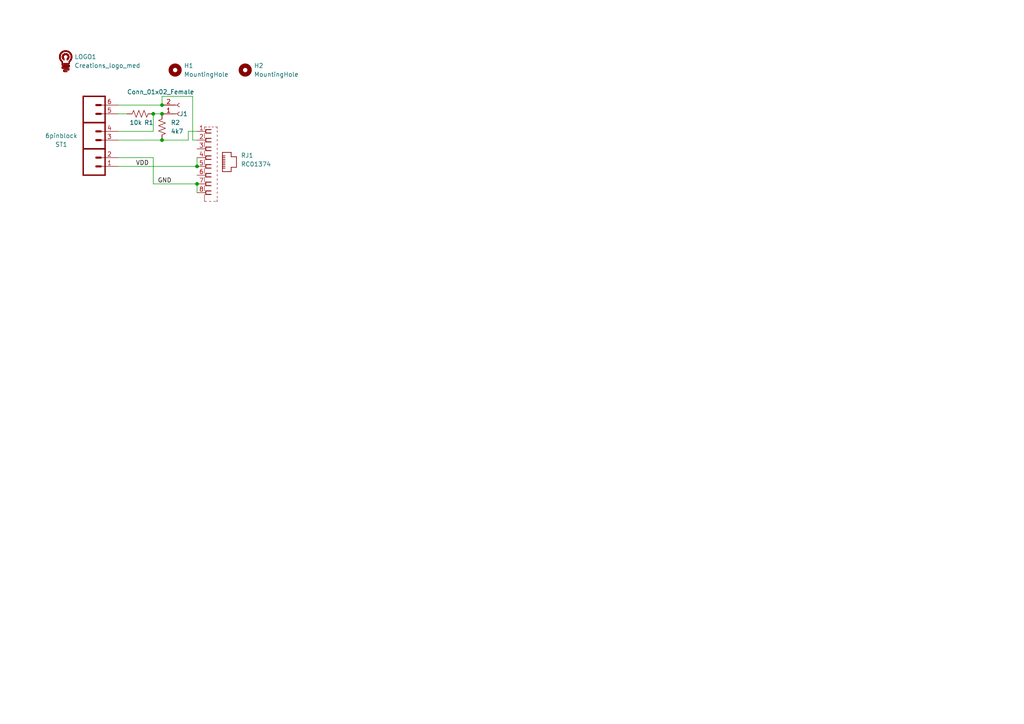
<source format=kicad_sch>
(kicad_sch (version 20211123) (generator eeschema)

  (uuid 26af8b65-23c5-4b22-922e-a0c65e09f9fd)

  (paper "A4")

  (lib_symbols
    (symbol "Austins creations:6pinblock" (in_bom yes) (on_board yes)
      (property "Reference" "ST" (id 0) (at -8.89 2.54 0)
        (effects (font (size 1.27 1.27)))
      )
      (property "Value" "6pinblock" (id 1) (at -8.89 0 0)
        (effects (font (size 1.27 1.27)))
      )
      (property "Footprint" "Austins creations:6pinblock" (id 2) (at -16.51 -5.08 0)
        (effects (font (size 1.27 1.27)) hide)
      )
      (property "Datasheet" "" (id 3) (at -12.7 6.35 0)
        (effects (font (size 1.27 1.27)) hide)
      )
      (property "part #" "C192781" (id 4) (at -8.89 -2.54 0)
        (effects (font (size 1.27 1.27)))
      )
      (symbol "6pinblock_1_0"
        (polyline
          (pts
            (xy -2.54 -3.81)
            (xy -2.54 -11.43)
          )
          (stroke (width 0.4064) (type default) (color 0 0 0 0))
          (fill (type none))
        )
        (polyline
          (pts
            (xy -2.54 -3.81)
            (xy 3.81 -3.81)
          )
          (stroke (width 0.4064) (type default) (color 0 0 0 0))
          (fill (type none))
        )
        (polyline
          (pts
            (xy -2.54 3.81)
            (xy -2.54 -3.81)
          )
          (stroke (width 0.4064) (type default) (color 0 0 0 0))
          (fill (type none))
        )
        (polyline
          (pts
            (xy -2.54 3.81)
            (xy 3.81 3.81)
          )
          (stroke (width 0.4064) (type default) (color 0 0 0 0))
          (fill (type none))
        )
        (polyline
          (pts
            (xy -2.54 11.43)
            (xy -2.54 3.81)
          )
          (stroke (width 0.4064) (type default) (color 0 0 0 0))
          (fill (type none))
        )
        (polyline
          (pts
            (xy -2.54 11.43)
            (xy 3.81 11.43)
          )
          (stroke (width 0.4064) (type default) (color 0 0 0 0))
          (fill (type none))
        )
        (polyline
          (pts
            (xy 1.27 -8.89)
            (xy 2.54 -8.89)
          )
          (stroke (width 0.6096) (type default) (color 0 0 0 0))
          (fill (type none))
        )
        (polyline
          (pts
            (xy 1.27 -6.35)
            (xy 2.54 -6.35)
          )
          (stroke (width 0.6096) (type default) (color 0 0 0 0))
          (fill (type none))
        )
        (polyline
          (pts
            (xy 1.27 -1.27)
            (xy 2.54 -1.27)
          )
          (stroke (width 0.6096) (type default) (color 0 0 0 0))
          (fill (type none))
        )
        (polyline
          (pts
            (xy 1.27 1.27)
            (xy 2.54 1.27)
          )
          (stroke (width 0.6096) (type default) (color 0 0 0 0))
          (fill (type none))
        )
        (polyline
          (pts
            (xy 1.27 6.35)
            (xy 2.54 6.35)
          )
          (stroke (width 0.6096) (type default) (color 0 0 0 0))
          (fill (type none))
        )
        (polyline
          (pts
            (xy 1.27 8.89)
            (xy 2.54 8.89)
          )
          (stroke (width 0.6096) (type default) (color 0 0 0 0))
          (fill (type none))
        )
        (polyline
          (pts
            (xy 3.81 -11.43)
            (xy -2.54 -11.43)
          )
          (stroke (width 0.4064) (type default) (color 0 0 0 0))
          (fill (type none))
        )
        (polyline
          (pts
            (xy 3.81 -11.43)
            (xy 3.81 -3.81)
          )
          (stroke (width 0.4064) (type default) (color 0 0 0 0))
          (fill (type none))
        )
        (polyline
          (pts
            (xy 3.81 -3.81)
            (xy -2.54 -3.81)
          )
          (stroke (width 0.4064) (type default) (color 0 0 0 0))
          (fill (type none))
        )
        (polyline
          (pts
            (xy 3.81 -3.81)
            (xy 3.81 3.81)
          )
          (stroke (width 0.4064) (type default) (color 0 0 0 0))
          (fill (type none))
        )
        (polyline
          (pts
            (xy 3.81 3.81)
            (xy -2.54 3.81)
          )
          (stroke (width 0.4064) (type default) (color 0 0 0 0))
          (fill (type none))
        )
        (polyline
          (pts
            (xy 3.81 3.81)
            (xy 3.81 11.43)
          )
          (stroke (width 0.4064) (type default) (color 0 0 0 0))
          (fill (type none))
        )
        (pin bidirectional line (at 7.62 8.89 180) (length 5.08)
          (name "1" (effects (font (size 0 0))))
          (number "1" (effects (font (size 1.27 1.27))))
        )
        (pin bidirectional line (at 7.62 6.35 180) (length 5.08)
          (name "2" (effects (font (size 0 0))))
          (number "2" (effects (font (size 1.27 1.27))))
        )
        (pin bidirectional line (at 7.62 1.27 180) (length 5.08)
          (name "3" (effects (font (size 0 0))))
          (number "3" (effects (font (size 1.27 1.27))))
        )
        (pin bidirectional line (at 7.62 -1.27 180) (length 5.08)
          (name "4" (effects (font (size 0 0))))
          (number "4" (effects (font (size 1.27 1.27))))
        )
        (pin bidirectional line (at 7.62 -6.35 180) (length 5.08)
          (name "5" (effects (font (size 0 0))))
          (number "5" (effects (font (size 1.27 1.27))))
        )
        (pin bidirectional line (at 7.62 -8.89 180) (length 5.08)
          (name "6" (effects (font (size 0 0))))
          (number "6" (effects (font (size 1.27 1.27))))
        )
      )
    )
    (symbol "Austins creations:RC01374" (in_bom yes) (on_board yes)
      (property "Reference" "RJ45" (id 0) (at 5.08 8.89 0)
        (effects (font (size 1.27 1.27)))
      )
      (property "Value" "RC01374" (id 1) (at 6.35 6.35 0)
        (effects (font (size 1.27 1.27)))
      )
      (property "Footprint" "Austins creations:RC01374" (id 2) (at 0 -12.7 0)
        (effects (font (size 1.27 1.27)) hide)
      )
      (property "Datasheet" "" (id 3) (at 0 7.62 0)
        (effects (font (size 1.27 1.27)) hide)
      )
      (property "part #" "C385834" (id 4) (at 6.35 3.81 0)
        (effects (font (size 1.27 1.27)))
      )
      (symbol "RC01374_1_0"
        (polyline
          (pts
            (xy -2.921 -11.43)
            (xy -2.286 -11.43)
          )
          (stroke (width 0.127) (type default) (color 0 0 0 0))
          (fill (type none))
        )
        (polyline
          (pts
            (xy -2.921 -9.398)
            (xy -2.921 -11.43)
          )
          (stroke (width 0.127) (type default) (color 0 0 0 0))
          (fill (type none))
        )
        (polyline
          (pts
            (xy -2.921 -6.858)
            (xy -2.921 -8.382)
          )
          (stroke (width 0.127) (type default) (color 0 0 0 0))
          (fill (type none))
        )
        (polyline
          (pts
            (xy -2.921 -4.318)
            (xy -2.921 -5.842)
          )
          (stroke (width 0.127) (type default) (color 0 0 0 0))
          (fill (type none))
        )
        (polyline
          (pts
            (xy -2.921 -1.778)
            (xy -2.921 -3.302)
          )
          (stroke (width 0.127) (type default) (color 0 0 0 0))
          (fill (type none))
        )
        (polyline
          (pts
            (xy -2.921 0.762)
            (xy -2.921 -0.762)
          )
          (stroke (width 0.127) (type default) (color 0 0 0 0))
          (fill (type none))
        )
        (polyline
          (pts
            (xy -2.921 3.302)
            (xy -2.921 1.778)
          )
          (stroke (width 0.127) (type default) (color 0 0 0 0))
          (fill (type none))
        )
        (polyline
          (pts
            (xy -2.921 5.842)
            (xy -2.921 4.318)
          )
          (stroke (width 0.127) (type default) (color 0 0 0 0))
          (fill (type none))
        )
        (polyline
          (pts
            (xy -2.921 8.382)
            (xy -2.921 6.858)
          )
          (stroke (width 0.127) (type default) (color 0 0 0 0))
          (fill (type none))
        )
        (polyline
          (pts
            (xy -2.921 10.16)
            (xy -2.921 9.398)
          )
          (stroke (width 0.127) (type default) (color 0 0 0 0))
          (fill (type none))
        )
        (polyline
          (pts
            (xy -2.54 -9.398)
            (xy -1.016 -9.398)
          )
          (stroke (width 0.254) (type default) (color 0 0 0 0))
          (fill (type none))
        )
        (polyline
          (pts
            (xy -2.54 -8.382)
            (xy -2.54 -9.398)
          )
          (stroke (width 0.254) (type default) (color 0 0 0 0))
          (fill (type none))
        )
        (polyline
          (pts
            (xy -2.54 -6.858)
            (xy -1.016 -6.858)
          )
          (stroke (width 0.254) (type default) (color 0 0 0 0))
          (fill (type none))
        )
        (polyline
          (pts
            (xy -2.54 -5.842)
            (xy -2.54 -6.858)
          )
          (stroke (width 0.254) (type default) (color 0 0 0 0))
          (fill (type none))
        )
        (polyline
          (pts
            (xy -2.54 -4.318)
            (xy -1.016 -4.318)
          )
          (stroke (width 0.254) (type default) (color 0 0 0 0))
          (fill (type none))
        )
        (polyline
          (pts
            (xy -2.54 -3.302)
            (xy -2.54 -4.318)
          )
          (stroke (width 0.254) (type default) (color 0 0 0 0))
          (fill (type none))
        )
        (polyline
          (pts
            (xy -2.54 -1.778)
            (xy -1.016 -1.778)
          )
          (stroke (width 0.254) (type default) (color 0 0 0 0))
          (fill (type none))
        )
        (polyline
          (pts
            (xy -2.54 -0.762)
            (xy -2.54 -1.778)
          )
          (stroke (width 0.254) (type default) (color 0 0 0 0))
          (fill (type none))
        )
        (polyline
          (pts
            (xy -2.54 0.762)
            (xy -1.016 0.762)
          )
          (stroke (width 0.254) (type default) (color 0 0 0 0))
          (fill (type none))
        )
        (polyline
          (pts
            (xy -2.54 1.778)
            (xy -2.54 0.762)
          )
          (stroke (width 0.254) (type default) (color 0 0 0 0))
          (fill (type none))
        )
        (polyline
          (pts
            (xy -2.54 3.302)
            (xy -1.016 3.302)
          )
          (stroke (width 0.254) (type default) (color 0 0 0 0))
          (fill (type none))
        )
        (polyline
          (pts
            (xy -2.54 4.318)
            (xy -2.54 3.302)
          )
          (stroke (width 0.254) (type default) (color 0 0 0 0))
          (fill (type none))
        )
        (polyline
          (pts
            (xy -2.54 5.842)
            (xy -1.016 5.842)
          )
          (stroke (width 0.254) (type default) (color 0 0 0 0))
          (fill (type none))
        )
        (polyline
          (pts
            (xy -2.54 6.858)
            (xy -2.54 5.842)
          )
          (stroke (width 0.254) (type default) (color 0 0 0 0))
          (fill (type none))
        )
        (polyline
          (pts
            (xy -2.54 8.382)
            (xy -1.016 8.382)
          )
          (stroke (width 0.254) (type default) (color 0 0 0 0))
          (fill (type none))
        )
        (polyline
          (pts
            (xy -2.54 9.398)
            (xy -2.54 8.382)
          )
          (stroke (width 0.254) (type default) (color 0 0 0 0))
          (fill (type none))
        )
        (polyline
          (pts
            (xy -2.286 10.16)
            (xy -2.921 10.16)
          )
          (stroke (width 0.127) (type default) (color 0 0 0 0))
          (fill (type none))
        )
        (polyline
          (pts
            (xy -1.524 -11.43)
            (xy -1.016 -11.43)
          )
          (stroke (width 0.127) (type default) (color 0 0 0 0))
          (fill (type none))
        )
        (polyline
          (pts
            (xy -1.27 10.16)
            (xy -1.778 10.16)
          )
          (stroke (width 0.127) (type default) (color 0 0 0 0))
          (fill (type none))
        )
        (polyline
          (pts
            (xy -1.016 -8.382)
            (xy -2.54 -8.382)
          )
          (stroke (width 0.254) (type default) (color 0 0 0 0))
          (fill (type none))
        )
        (polyline
          (pts
            (xy -1.016 -5.842)
            (xy -2.54 -5.842)
          )
          (stroke (width 0.254) (type default) (color 0 0 0 0))
          (fill (type none))
        )
        (polyline
          (pts
            (xy -1.016 -3.302)
            (xy -2.54 -3.302)
          )
          (stroke (width 0.254) (type default) (color 0 0 0 0))
          (fill (type none))
        )
        (polyline
          (pts
            (xy -1.016 -0.762)
            (xy -2.54 -0.762)
          )
          (stroke (width 0.254) (type default) (color 0 0 0 0))
          (fill (type none))
        )
        (polyline
          (pts
            (xy -1.016 1.778)
            (xy -2.54 1.778)
          )
          (stroke (width 0.254) (type default) (color 0 0 0 0))
          (fill (type none))
        )
        (polyline
          (pts
            (xy -1.016 4.318)
            (xy -2.54 4.318)
          )
          (stroke (width 0.254) (type default) (color 0 0 0 0))
          (fill (type none))
        )
        (polyline
          (pts
            (xy -1.016 6.858)
            (xy -2.54 6.858)
          )
          (stroke (width 0.254) (type default) (color 0 0 0 0))
          (fill (type none))
        )
        (polyline
          (pts
            (xy -1.016 9.398)
            (xy -2.54 9.398)
          )
          (stroke (width 0.254) (type default) (color 0 0 0 0))
          (fill (type none))
        )
        (polyline
          (pts
            (xy -0.254 -11.43)
            (xy 0.254 -11.43)
          )
          (stroke (width 0.127) (type default) (color 0 0 0 0))
          (fill (type none))
        )
        (polyline
          (pts
            (xy -0.254 10.16)
            (xy -0.762 10.16)
          )
          (stroke (width 0.127) (type default) (color 0 0 0 0))
          (fill (type none))
        )
        (polyline
          (pts
            (xy 0.508 -11.43)
            (xy 0.762 -11.43)
          )
          (stroke (width 0.127) (type default) (color 0 0 0 0))
          (fill (type none))
        )
        (polyline
          (pts
            (xy 0.762 -11.43)
            (xy 0.762 -10.922)
          )
          (stroke (width 0.127) (type default) (color 0 0 0 0))
          (fill (type none))
        )
        (polyline
          (pts
            (xy 0.762 -10.414)
            (xy 0.762 -9.906)
          )
          (stroke (width 0.127) (type default) (color 0 0 0 0))
          (fill (type none))
        )
        (polyline
          (pts
            (xy 0.762 -9.144)
            (xy 0.762 -8.636)
          )
          (stroke (width 0.127) (type default) (color 0 0 0 0))
          (fill (type none))
        )
        (polyline
          (pts
            (xy 0.762 -7.874)
            (xy 0.762 -7.366)
          )
          (stroke (width 0.127) (type default) (color 0 0 0 0))
          (fill (type none))
        )
        (polyline
          (pts
            (xy 0.762 -6.604)
            (xy 0.762 -6.096)
          )
          (stroke (width 0.127) (type default) (color 0 0 0 0))
          (fill (type none))
        )
        (polyline
          (pts
            (xy 0.762 -5.334)
            (xy 0.762 -4.826)
          )
          (stroke (width 0.127) (type default) (color 0 0 0 0))
          (fill (type none))
        )
        (polyline
          (pts
            (xy 0.762 -4.064)
            (xy 0.762 -3.556)
          )
          (stroke (width 0.127) (type default) (color 0 0 0 0))
          (fill (type none))
        )
        (polyline
          (pts
            (xy 0.762 -2.794)
            (xy 0.762 -2.286)
          )
          (stroke (width 0.127) (type default) (color 0 0 0 0))
          (fill (type none))
        )
        (polyline
          (pts
            (xy 0.762 -1.524)
            (xy 0.762 -1.016)
          )
          (stroke (width 0.127) (type default) (color 0 0 0 0))
          (fill (type none))
        )
        (polyline
          (pts
            (xy 0.762 -0.254)
            (xy 0.762 0.254)
          )
          (stroke (width 0.127) (type default) (color 0 0 0 0))
          (fill (type none))
        )
        (polyline
          (pts
            (xy 0.762 1.016)
            (xy 0.762 1.524)
          )
          (stroke (width 0.127) (type default) (color 0 0 0 0))
          (fill (type none))
        )
        (polyline
          (pts
            (xy 0.762 2.286)
            (xy 0.762 2.794)
          )
          (stroke (width 0.127) (type default) (color 0 0 0 0))
          (fill (type none))
        )
        (polyline
          (pts
            (xy 0.762 3.556)
            (xy 0.762 4.064)
          )
          (stroke (width 0.127) (type default) (color 0 0 0 0))
          (fill (type none))
        )
        (polyline
          (pts
            (xy 0.762 4.826)
            (xy 0.762 5.334)
          )
          (stroke (width 0.127) (type default) (color 0 0 0 0))
          (fill (type none))
        )
        (polyline
          (pts
            (xy 0.762 6.096)
            (xy 0.762 6.604)
          )
          (stroke (width 0.127) (type default) (color 0 0 0 0))
          (fill (type none))
        )
        (polyline
          (pts
            (xy 0.762 7.366)
            (xy 0.762 7.874)
          )
          (stroke (width 0.127) (type default) (color 0 0 0 0))
          (fill (type none))
        )
        (polyline
          (pts
            (xy 0.762 8.636)
            (xy 0.762 9.144)
          )
          (stroke (width 0.127) (type default) (color 0 0 0 0))
          (fill (type none))
        )
        (polyline
          (pts
            (xy 0.762 9.652)
            (xy 0.762 10.16)
          )
          (stroke (width 0.127) (type default) (color 0 0 0 0))
          (fill (type none))
        )
        (polyline
          (pts
            (xy 0.762 10.16)
            (xy 0.254 10.16)
          )
          (stroke (width 0.127) (type default) (color 0 0 0 0))
          (fill (type none))
        )
        (polyline
          (pts
            (xy 2.286 -2.794)
            (xy 4.826 -2.794)
          )
          (stroke (width 0.1998) (type default) (color 0 0 0 0))
          (fill (type none))
        )
        (polyline
          (pts
            (xy 2.286 -1.778)
            (xy 2.286 -2.794)
          )
          (stroke (width 0.1998) (type default) (color 0 0 0 0))
          (fill (type none))
        )
        (polyline
          (pts
            (xy 2.286 -1.778)
            (xy 3.048 -1.778)
          )
          (stroke (width 0.1998) (type default) (color 0 0 0 0))
          (fill (type none))
        )
        (polyline
          (pts
            (xy 2.286 -1.27)
            (xy 2.286 -1.778)
          )
          (stroke (width 0.1998) (type default) (color 0 0 0 0))
          (fill (type none))
        )
        (polyline
          (pts
            (xy 2.286 -1.27)
            (xy 3.048 -1.27)
          )
          (stroke (width 0.1998) (type default) (color 0 0 0 0))
          (fill (type none))
        )
        (polyline
          (pts
            (xy 2.286 -0.762)
            (xy 2.286 -1.27)
          )
          (stroke (width 0.1998) (type default) (color 0 0 0 0))
          (fill (type none))
        )
        (polyline
          (pts
            (xy 2.286 -0.762)
            (xy 3.048 -0.762)
          )
          (stroke (width 0.1998) (type default) (color 0 0 0 0))
          (fill (type none))
        )
        (polyline
          (pts
            (xy 2.286 -0.254)
            (xy 2.286 -0.762)
          )
          (stroke (width 0.1998) (type default) (color 0 0 0 0))
          (fill (type none))
        )
        (polyline
          (pts
            (xy 2.286 -0.254)
            (xy 3.048 -0.254)
          )
          (stroke (width 0.1998) (type default) (color 0 0 0 0))
          (fill (type none))
        )
        (polyline
          (pts
            (xy 2.286 0.254)
            (xy 2.286 -0.254)
          )
          (stroke (width 0.1998) (type default) (color 0 0 0 0))
          (fill (type none))
        )
        (polyline
          (pts
            (xy 2.286 0.254)
            (xy 3.048 0.254)
          )
          (stroke (width 0.1998) (type default) (color 0 0 0 0))
          (fill (type none))
        )
        (polyline
          (pts
            (xy 2.286 0.762)
            (xy 2.286 0.254)
          )
          (stroke (width 0.1998) (type default) (color 0 0 0 0))
          (fill (type none))
        )
        (polyline
          (pts
            (xy 2.286 0.762)
            (xy 3.048 0.762)
          )
          (stroke (width 0.1998) (type default) (color 0 0 0 0))
          (fill (type none))
        )
        (polyline
          (pts
            (xy 2.286 1.27)
            (xy 2.286 0.762)
          )
          (stroke (width 0.1998) (type default) (color 0 0 0 0))
          (fill (type none))
        )
        (polyline
          (pts
            (xy 2.286 1.27)
            (xy 3.048 1.27)
          )
          (stroke (width 0.1998) (type default) (color 0 0 0 0))
          (fill (type none))
        )
        (polyline
          (pts
            (xy 2.286 1.778)
            (xy 2.286 1.27)
          )
          (stroke (width 0.1998) (type default) (color 0 0 0 0))
          (fill (type none))
        )
        (polyline
          (pts
            (xy 2.286 1.778)
            (xy 3.048 1.778)
          )
          (stroke (width 0.1998) (type default) (color 0 0 0 0))
          (fill (type none))
        )
        (polyline
          (pts
            (xy 2.286 2.794)
            (xy 2.286 1.778)
          )
          (stroke (width 0.1998) (type default) (color 0 0 0 0))
          (fill (type none))
        )
        (polyline
          (pts
            (xy 4.826 -2.794)
            (xy 4.826 -1.524)
          )
          (stroke (width 0.1998) (type default) (color 0 0 0 0))
          (fill (type none))
        )
        (polyline
          (pts
            (xy 4.826 -1.524)
            (xy 6.35 -1.524)
          )
          (stroke (width 0.1998) (type default) (color 0 0 0 0))
          (fill (type none))
        )
        (polyline
          (pts
            (xy 4.826 1.524)
            (xy 4.826 2.794)
          )
          (stroke (width 0.1998) (type default) (color 0 0 0 0))
          (fill (type none))
        )
        (polyline
          (pts
            (xy 4.826 2.794)
            (xy 2.286 2.794)
          )
          (stroke (width 0.1998) (type default) (color 0 0 0 0))
          (fill (type none))
        )
        (polyline
          (pts
            (xy 6.35 -1.524)
            (xy 6.35 1.524)
          )
          (stroke (width 0.1998) (type default) (color 0 0 0 0))
          (fill (type none))
        )
        (polyline
          (pts
            (xy 6.35 1.524)
            (xy 4.826 1.524)
          )
          (stroke (width 0.1998) (type default) (color 0 0 0 0))
          (fill (type none))
        )
        (pin passive line (at -5.08 8.89 0) (length 2.54)
          (name "1" (effects (font (size 0 0))))
          (number "1" (effects (font (size 1.27 1.27))))
        )
        (pin passive line (at -5.08 6.35 0) (length 2.54)
          (name "2" (effects (font (size 0 0))))
          (number "2" (effects (font (size 1.27 1.27))))
        )
        (pin passive line (at -5.08 3.81 0) (length 2.54)
          (name "3" (effects (font (size 0 0))))
          (number "3" (effects (font (size 1.27 1.27))))
        )
        (pin passive line (at -5.08 1.27 0) (length 2.54)
          (name "4" (effects (font (size 0 0))))
          (number "4" (effects (font (size 1.27 1.27))))
        )
        (pin passive line (at -5.08 -1.27 0) (length 2.54)
          (name "5" (effects (font (size 0 0))))
          (number "5" (effects (font (size 1.27 1.27))))
        )
        (pin passive line (at -5.08 -3.81 0) (length 2.54)
          (name "6" (effects (font (size 0 0))))
          (number "6" (effects (font (size 1.27 1.27))))
        )
        (pin passive line (at -5.08 -6.35 0) (length 2.54)
          (name "7" (effects (font (size 0 0))))
          (number "7" (effects (font (size 1.27 1.27))))
        )
        (pin passive line (at -5.08 -8.89 0) (length 2.54)
          (name "8" (effects (font (size 0 0))))
          (number "8" (effects (font (size 1.27 1.27))))
        )
      )
    )
    (symbol "Connector:Conn_01x02_Female" (pin_names (offset 1.016) hide) (in_bom yes) (on_board yes)
      (property "Reference" "J" (id 0) (at 0 2.54 0)
        (effects (font (size 1.27 1.27)))
      )
      (property "Value" "Conn_01x02_Female" (id 1) (at 0 -5.08 0)
        (effects (font (size 1.27 1.27)))
      )
      (property "Footprint" "" (id 2) (at 0 0 0)
        (effects (font (size 1.27 1.27)) hide)
      )
      (property "Datasheet" "~" (id 3) (at 0 0 0)
        (effects (font (size 1.27 1.27)) hide)
      )
      (property "ki_keywords" "connector" (id 4) (at 0 0 0)
        (effects (font (size 1.27 1.27)) hide)
      )
      (property "ki_description" "Generic connector, single row, 01x02, script generated (kicad-library-utils/schlib/autogen/connector/)" (id 5) (at 0 0 0)
        (effects (font (size 1.27 1.27)) hide)
      )
      (property "ki_fp_filters" "Connector*:*_1x??_*" (id 6) (at 0 0 0)
        (effects (font (size 1.27 1.27)) hide)
      )
      (symbol "Conn_01x02_Female_1_1"
        (arc (start 0 -2.032) (mid -0.508 -2.54) (end 0 -3.048)
          (stroke (width 0.1524) (type default) (color 0 0 0 0))
          (fill (type none))
        )
        (polyline
          (pts
            (xy -1.27 -2.54)
            (xy -0.508 -2.54)
          )
          (stroke (width 0.1524) (type default) (color 0 0 0 0))
          (fill (type none))
        )
        (polyline
          (pts
            (xy -1.27 0)
            (xy -0.508 0)
          )
          (stroke (width 0.1524) (type default) (color 0 0 0 0))
          (fill (type none))
        )
        (arc (start 0 0.508) (mid -0.508 0) (end 0 -0.508)
          (stroke (width 0.1524) (type default) (color 0 0 0 0))
          (fill (type none))
        )
        (pin passive line (at -5.08 0 0) (length 3.81)
          (name "Pin_1" (effects (font (size 1.27 1.27))))
          (number "1" (effects (font (size 1.27 1.27))))
        )
        (pin passive line (at -5.08 -2.54 0) (length 3.81)
          (name "Pin_2" (effects (font (size 1.27 1.27))))
          (number "2" (effects (font (size 1.27 1.27))))
        )
      )
    )
    (symbol "Device:R_US" (pin_numbers hide) (pin_names (offset 0)) (in_bom yes) (on_board yes)
      (property "Reference" "R" (id 0) (at 2.54 0 90)
        (effects (font (size 1.27 1.27)))
      )
      (property "Value" "R_US" (id 1) (at -2.54 0 90)
        (effects (font (size 1.27 1.27)))
      )
      (property "Footprint" "" (id 2) (at 1.016 -0.254 90)
        (effects (font (size 1.27 1.27)) hide)
      )
      (property "Datasheet" "~" (id 3) (at 0 0 0)
        (effects (font (size 1.27 1.27)) hide)
      )
      (property "ki_keywords" "R res resistor" (id 4) (at 0 0 0)
        (effects (font (size 1.27 1.27)) hide)
      )
      (property "ki_description" "Resistor, US symbol" (id 5) (at 0 0 0)
        (effects (font (size 1.27 1.27)) hide)
      )
      (property "ki_fp_filters" "R_*" (id 6) (at 0 0 0)
        (effects (font (size 1.27 1.27)) hide)
      )
      (symbol "R_US_0_1"
        (polyline
          (pts
            (xy 0 -2.286)
            (xy 0 -2.54)
          )
          (stroke (width 0) (type default) (color 0 0 0 0))
          (fill (type none))
        )
        (polyline
          (pts
            (xy 0 2.286)
            (xy 0 2.54)
          )
          (stroke (width 0) (type default) (color 0 0 0 0))
          (fill (type none))
        )
        (polyline
          (pts
            (xy 0 -0.762)
            (xy 1.016 -1.143)
            (xy 0 -1.524)
            (xy -1.016 -1.905)
            (xy 0 -2.286)
          )
          (stroke (width 0) (type default) (color 0 0 0 0))
          (fill (type none))
        )
        (polyline
          (pts
            (xy 0 0.762)
            (xy 1.016 0.381)
            (xy 0 0)
            (xy -1.016 -0.381)
            (xy 0 -0.762)
          )
          (stroke (width 0) (type default) (color 0 0 0 0))
          (fill (type none))
        )
        (polyline
          (pts
            (xy 0 2.286)
            (xy 1.016 1.905)
            (xy 0 1.524)
            (xy -1.016 1.143)
            (xy 0 0.762)
          )
          (stroke (width 0) (type default) (color 0 0 0 0))
          (fill (type none))
        )
      )
      (symbol "R_US_1_1"
        (pin passive line (at 0 3.81 270) (length 1.27)
          (name "~" (effects (font (size 1.27 1.27))))
          (number "1" (effects (font (size 1.27 1.27))))
        )
        (pin passive line (at 0 -3.81 90) (length 1.27)
          (name "~" (effects (font (size 1.27 1.27))))
          (number "2" (effects (font (size 1.27 1.27))))
        )
      )
    )
    (symbol "Mechanical:MountingHole" (pin_names (offset 1.016)) (in_bom yes) (on_board yes)
      (property "Reference" "H" (id 0) (at 0 5.08 0)
        (effects (font (size 1.27 1.27)))
      )
      (property "Value" "MountingHole" (id 1) (at 0 3.175 0)
        (effects (font (size 1.27 1.27)))
      )
      (property "Footprint" "" (id 2) (at 0 0 0)
        (effects (font (size 1.27 1.27)) hide)
      )
      (property "Datasheet" "~" (id 3) (at 0 0 0)
        (effects (font (size 1.27 1.27)) hide)
      )
      (property "ki_keywords" "mounting hole" (id 4) (at 0 0 0)
        (effects (font (size 1.27 1.27)) hide)
      )
      (property "ki_description" "Mounting Hole without connection" (id 5) (at 0 0 0)
        (effects (font (size 1.27 1.27)) hide)
      )
      (property "ki_fp_filters" "MountingHole*" (id 6) (at 0 0 0)
        (effects (font (size 1.27 1.27)) hide)
      )
      (symbol "MountingHole_0_1"
        (circle (center 0 0) (radius 1.27)
          (stroke (width 1.27) (type default) (color 0 0 0 0))
          (fill (type none))
        )
      )
    )
    (symbol "logos:Creations_logo_med" (in_bom yes) (on_board yes)
      (property "Reference" "LOGO" (id 0) (at 0 6.35 0)
        (effects (font (size 1.27 1.27)))
      )
      (property "Value" "Creations_logo_med" (id 1) (at 0 3.81 0)
        (effects (font (size 1.27 1.27)))
      )
      (property "Footprint" "logos:Creations logo med" (id 2) (at 0 8.89 0)
        (effects (font (size 1.27 1.27)) hide)
      )
      (property "Datasheet" "" (id 3) (at 0 10.16 0)
        (effects (font (size 1.27 1.27)) hide)
      )
      (symbol "Creations_logo_med_1_0"
        (rectangle (start -1.8415 -0.254) (end -1.5367 -0.2286)
          (stroke (width 0) (type default) (color 0 0 0 0))
          (fill (type outline))
        )
        (rectangle (start -1.8415 -0.2286) (end -1.5367 -0.2032)
          (stroke (width 0) (type default) (color 0 0 0 0))
          (fill (type outline))
        )
        (rectangle (start -1.8415 -0.2032) (end -1.5367 -0.1778)
          (stroke (width 0) (type default) (color 0 0 0 0))
          (fill (type outline))
        )
        (rectangle (start -1.8415 -0.1778) (end -1.5367 -0.1524)
          (stroke (width 0) (type default) (color 0 0 0 0))
          (fill (type outline))
        )
        (rectangle (start -1.8415 -0.1524) (end -1.5367 -0.127)
          (stroke (width 0) (type default) (color 0 0 0 0))
          (fill (type outline))
        )
        (rectangle (start -1.8415 -0.127) (end -1.5367 -0.1016)
          (stroke (width 0) (type default) (color 0 0 0 0))
          (fill (type outline))
        )
        (rectangle (start -1.8415 -0.1016) (end -1.5367 -0.0762)
          (stroke (width 0) (type default) (color 0 0 0 0))
          (fill (type outline))
        )
        (rectangle (start -1.8415 -0.0762) (end -1.5367 -0.0508)
          (stroke (width 0) (type default) (color 0 0 0 0))
          (fill (type outline))
        )
        (rectangle (start -1.8415 -0.0508) (end -1.5367 -0.0254)
          (stroke (width 0) (type default) (color 0 0 0 0))
          (fill (type outline))
        )
        (rectangle (start -1.8415 -0.0254) (end -1.5367 0)
          (stroke (width 0) (type default) (color 0 0 0 0))
          (fill (type outline))
        )
        (rectangle (start -1.8415 0) (end -1.5367 0.0254)
          (stroke (width 0) (type default) (color 0 0 0 0))
          (fill (type outline))
        )
        (rectangle (start -1.8415 0.0254) (end -1.5367 0.0508)
          (stroke (width 0) (type default) (color 0 0 0 0))
          (fill (type outline))
        )
        (rectangle (start -1.8415 0.0508) (end -1.5367 0.0762)
          (stroke (width 0) (type default) (color 0 0 0 0))
          (fill (type outline))
        )
        (rectangle (start -1.8415 0.0762) (end -1.5367 0.1016)
          (stroke (width 0) (type default) (color 0 0 0 0))
          (fill (type outline))
        )
        (rectangle (start -1.8415 0.1016) (end -1.5367 0.127)
          (stroke (width 0) (type default) (color 0 0 0 0))
          (fill (type outline))
        )
        (rectangle (start -1.8415 0.127) (end -1.5367 0.1524)
          (stroke (width 0) (type default) (color 0 0 0 0))
          (fill (type outline))
        )
        (rectangle (start -1.8415 0.1524) (end -1.5367 0.1778)
          (stroke (width 0) (type default) (color 0 0 0 0))
          (fill (type outline))
        )
        (rectangle (start -1.8415 0.1778) (end -1.5367 0.2032)
          (stroke (width 0) (type default) (color 0 0 0 0))
          (fill (type outline))
        )
        (rectangle (start -1.8415 0.2032) (end -1.5367 0.2286)
          (stroke (width 0) (type default) (color 0 0 0 0))
          (fill (type outline))
        )
        (rectangle (start -1.8415 0.2286) (end -1.5367 0.254)
          (stroke (width 0) (type default) (color 0 0 0 0))
          (fill (type outline))
        )
        (rectangle (start -1.8415 0.254) (end -1.5113 0.2794)
          (stroke (width 0) (type default) (color 0 0 0 0))
          (fill (type outline))
        )
        (rectangle (start -1.8415 0.2794) (end -1.5113 0.3048)
          (stroke (width 0) (type default) (color 0 0 0 0))
          (fill (type outline))
        )
        (rectangle (start -1.8161 -0.4064) (end -1.5113 -0.381)
          (stroke (width 0) (type default) (color 0 0 0 0))
          (fill (type outline))
        )
        (rectangle (start -1.8161 -0.381) (end -1.5113 -0.3556)
          (stroke (width 0) (type default) (color 0 0 0 0))
          (fill (type outline))
        )
        (rectangle (start -1.8161 -0.3556) (end -1.5113 -0.3302)
          (stroke (width 0) (type default) (color 0 0 0 0))
          (fill (type outline))
        )
        (rectangle (start -1.8161 -0.3302) (end -1.5113 -0.3048)
          (stroke (width 0) (type default) (color 0 0 0 0))
          (fill (type outline))
        )
        (rectangle (start -1.8161 -0.3048) (end -1.5367 -0.2794)
          (stroke (width 0) (type default) (color 0 0 0 0))
          (fill (type outline))
        )
        (rectangle (start -1.8161 -0.2794) (end -1.5367 -0.254)
          (stroke (width 0) (type default) (color 0 0 0 0))
          (fill (type outline))
        )
        (rectangle (start -1.8161 0.3048) (end -1.5113 0.3302)
          (stroke (width 0) (type default) (color 0 0 0 0))
          (fill (type outline))
        )
        (rectangle (start -1.8161 0.3302) (end -1.5113 0.3556)
          (stroke (width 0) (type default) (color 0 0 0 0))
          (fill (type outline))
        )
        (rectangle (start -1.8161 0.3556) (end -1.5113 0.381)
          (stroke (width 0) (type default) (color 0 0 0 0))
          (fill (type outline))
        )
        (rectangle (start -1.8161 0.381) (end -1.4859 0.4064)
          (stroke (width 0) (type default) (color 0 0 0 0))
          (fill (type outline))
        )
        (rectangle (start -1.8161 0.4064) (end -1.4859 0.4318)
          (stroke (width 0) (type default) (color 0 0 0 0))
          (fill (type outline))
        )
        (rectangle (start -1.7907 -0.4826) (end -1.4859 -0.4572)
          (stroke (width 0) (type default) (color 0 0 0 0))
          (fill (type outline))
        )
        (rectangle (start -1.7907 -0.4572) (end -1.4859 -0.4318)
          (stroke (width 0) (type default) (color 0 0 0 0))
          (fill (type outline))
        )
        (rectangle (start -1.7907 -0.4318) (end -1.4859 -0.4064)
          (stroke (width 0) (type default) (color 0 0 0 0))
          (fill (type outline))
        )
        (rectangle (start -1.7907 0.4318) (end -1.4859 0.4572)
          (stroke (width 0) (type default) (color 0 0 0 0))
          (fill (type outline))
        )
        (rectangle (start -1.7907 0.4572) (end -1.4859 0.4826)
          (stroke (width 0) (type default) (color 0 0 0 0))
          (fill (type outline))
        )
        (rectangle (start -1.7907 0.4826) (end -1.4605 0.508)
          (stroke (width 0) (type default) (color 0 0 0 0))
          (fill (type outline))
        )
        (rectangle (start -1.7907 0.508) (end -1.4605 0.5334)
          (stroke (width 0) (type default) (color 0 0 0 0))
          (fill (type outline))
        )
        (rectangle (start -1.7653 -0.5588) (end -1.4605 -0.5334)
          (stroke (width 0) (type default) (color 0 0 0 0))
          (fill (type outline))
        )
        (rectangle (start -1.7653 -0.5334) (end -1.4605 -0.508)
          (stroke (width 0) (type default) (color 0 0 0 0))
          (fill (type outline))
        )
        (rectangle (start -1.7653 -0.508) (end -1.4859 -0.4826)
          (stroke (width 0) (type default) (color 0 0 0 0))
          (fill (type outline))
        )
        (rectangle (start -1.7653 0.5334) (end -1.4351 0.5588)
          (stroke (width 0) (type default) (color 0 0 0 0))
          (fill (type outline))
        )
        (rectangle (start -1.7653 0.5588) (end -1.4351 0.5842)
          (stroke (width 0) (type default) (color 0 0 0 0))
          (fill (type outline))
        )
        (rectangle (start -1.7653 0.5842) (end -1.4351 0.6096)
          (stroke (width 0) (type default) (color 0 0 0 0))
          (fill (type outline))
        )
        (rectangle (start -1.7399 -0.635) (end -1.4351 -0.6096)
          (stroke (width 0) (type default) (color 0 0 0 0))
          (fill (type outline))
        )
        (rectangle (start -1.7399 -0.6096) (end -1.4351 -0.5842)
          (stroke (width 0) (type default) (color 0 0 0 0))
          (fill (type outline))
        )
        (rectangle (start -1.7399 -0.5842) (end -1.4351 -0.5588)
          (stroke (width 0) (type default) (color 0 0 0 0))
          (fill (type outline))
        )
        (rectangle (start -1.7399 0.6096) (end -1.4097 0.635)
          (stroke (width 0) (type default) (color 0 0 0 0))
          (fill (type outline))
        )
        (rectangle (start -1.7399 0.635) (end -1.4097 0.6604)
          (stroke (width 0) (type default) (color 0 0 0 0))
          (fill (type outline))
        )
        (rectangle (start -1.7399 0.6604) (end -1.3843 0.6858)
          (stroke (width 0) (type default) (color 0 0 0 0))
          (fill (type outline))
        )
        (rectangle (start -1.7145 -0.7112) (end -1.3843 -0.6858)
          (stroke (width 0) (type default) (color 0 0 0 0))
          (fill (type outline))
        )
        (rectangle (start -1.7145 -0.6858) (end -1.4097 -0.6604)
          (stroke (width 0) (type default) (color 0 0 0 0))
          (fill (type outline))
        )
        (rectangle (start -1.7145 -0.6604) (end -1.4097 -0.635)
          (stroke (width 0) (type default) (color 0 0 0 0))
          (fill (type outline))
        )
        (rectangle (start -1.7145 0.6858) (end -1.3843 0.7112)
          (stroke (width 0) (type default) (color 0 0 0 0))
          (fill (type outline))
        )
        (rectangle (start -1.7145 0.7112) (end -1.3589 0.7366)
          (stroke (width 0) (type default) (color 0 0 0 0))
          (fill (type outline))
        )
        (rectangle (start -1.7145 0.7366) (end -1.3589 0.762)
          (stroke (width 0) (type default) (color 0 0 0 0))
          (fill (type outline))
        )
        (rectangle (start -1.6891 -0.762) (end -1.3589 -0.7366)
          (stroke (width 0) (type default) (color 0 0 0 0))
          (fill (type outline))
        )
        (rectangle (start -1.6891 -0.7366) (end -1.3843 -0.7112)
          (stroke (width 0) (type default) (color 0 0 0 0))
          (fill (type outline))
        )
        (rectangle (start -1.6891 0.762) (end -1.3335 0.7874)
          (stroke (width 0) (type default) (color 0 0 0 0))
          (fill (type outline))
        )
        (rectangle (start -1.6891 0.7874) (end -1.3335 0.8128)
          (stroke (width 0) (type default) (color 0 0 0 0))
          (fill (type outline))
        )
        (rectangle (start -1.6637 -0.8128) (end -1.3335 -0.7874)
          (stroke (width 0) (type default) (color 0 0 0 0))
          (fill (type outline))
        )
        (rectangle (start -1.6637 -0.7874) (end -1.3589 -0.762)
          (stroke (width 0) (type default) (color 0 0 0 0))
          (fill (type outline))
        )
        (rectangle (start -1.6637 0.8128) (end -1.3081 0.8382)
          (stroke (width 0) (type default) (color 0 0 0 0))
          (fill (type outline))
        )
        (rectangle (start -1.6637 0.8382) (end -1.2827 0.8636)
          (stroke (width 0) (type default) (color 0 0 0 0))
          (fill (type outline))
        )
        (rectangle (start -1.6383 -0.8636) (end -1.3081 -0.8382)
          (stroke (width 0) (type default) (color 0 0 0 0))
          (fill (type outline))
        )
        (rectangle (start -1.6383 -0.8382) (end -1.3335 -0.8128)
          (stroke (width 0) (type default) (color 0 0 0 0))
          (fill (type outline))
        )
        (rectangle (start -1.6383 0.8636) (end -1.2827 0.889)
          (stroke (width 0) (type default) (color 0 0 0 0))
          (fill (type outline))
        )
        (rectangle (start -1.6383 0.889) (end -1.2573 0.9144)
          (stroke (width 0) (type default) (color 0 0 0 0))
          (fill (type outline))
        )
        (rectangle (start -1.6129 -0.9144) (end -1.2827 -0.889)
          (stroke (width 0) (type default) (color 0 0 0 0))
          (fill (type outline))
        )
        (rectangle (start -1.6129 -0.889) (end -1.2827 -0.8636)
          (stroke (width 0) (type default) (color 0 0 0 0))
          (fill (type outline))
        )
        (rectangle (start -1.6129 0.9144) (end -1.2319 0.9398)
          (stroke (width 0) (type default) (color 0 0 0 0))
          (fill (type outline))
        )
        (rectangle (start -1.5875 -0.9398) (end -1.2573 -0.9144)
          (stroke (width 0) (type default) (color 0 0 0 0))
          (fill (type outline))
        )
        (rectangle (start -1.5875 0.9398) (end -1.2319 0.9652)
          (stroke (width 0) (type default) (color 0 0 0 0))
          (fill (type outline))
        )
        (rectangle (start -1.5875 0.9652) (end -1.1811 0.9906)
          (stroke (width 0) (type default) (color 0 0 0 0))
          (fill (type outline))
        )
        (rectangle (start -1.5621 -0.9906) (end -1.2319 -0.9652)
          (stroke (width 0) (type default) (color 0 0 0 0))
          (fill (type outline))
        )
        (rectangle (start -1.5621 -0.9652) (end -1.2319 -0.9398)
          (stroke (width 0) (type default) (color 0 0 0 0))
          (fill (type outline))
        )
        (rectangle (start -1.5621 0.9906) (end -1.1811 1.016)
          (stroke (width 0) (type default) (color 0 0 0 0))
          (fill (type outline))
        )
        (rectangle (start -1.5621 1.016) (end -1.1557 1.0414)
          (stroke (width 0) (type default) (color 0 0 0 0))
          (fill (type outline))
        )
        (rectangle (start -1.5367 -1.016) (end -1.2065 -0.9906)
          (stroke (width 0) (type default) (color 0 0 0 0))
          (fill (type outline))
        )
        (rectangle (start -1.5367 1.0414) (end -1.1303 1.0668)
          (stroke (width 0) (type default) (color 0 0 0 0))
          (fill (type outline))
        )
        (rectangle (start -1.5113 -1.0668) (end -1.1557 -1.0414)
          (stroke (width 0) (type default) (color 0 0 0 0))
          (fill (type outline))
        )
        (rectangle (start -1.5113 -1.0414) (end -1.1811 -1.016)
          (stroke (width 0) (type default) (color 0 0 0 0))
          (fill (type outline))
        )
        (rectangle (start -1.5113 1.0668) (end -1.1049 1.0922)
          (stroke (width 0) (type default) (color 0 0 0 0))
          (fill (type outline))
        )
        (rectangle (start -1.4859 -1.0922) (end -1.1303 -1.0668)
          (stroke (width 0) (type default) (color 0 0 0 0))
          (fill (type outline))
        )
        (rectangle (start -1.4859 1.0922) (end -1.0795 1.1176)
          (stroke (width 0) (type default) (color 0 0 0 0))
          (fill (type outline))
        )
        (rectangle (start -1.4859 1.1176) (end -1.0541 1.143)
          (stroke (width 0) (type default) (color 0 0 0 0))
          (fill (type outline))
        )
        (rectangle (start -1.4605 -1.1176) (end -1.1049 -1.0922)
          (stroke (width 0) (type default) (color 0 0 0 0))
          (fill (type outline))
        )
        (rectangle (start -1.4605 1.143) (end -1.0033 1.1684)
          (stroke (width 0) (type default) (color 0 0 0 0))
          (fill (type outline))
        )
        (rectangle (start -1.4605 1.1684) (end -1.0033 1.1938)
          (stroke (width 0) (type default) (color 0 0 0 0))
          (fill (type outline))
        )
        (rectangle (start -1.4351 -1.1684) (end -1.0541 -1.143)
          (stroke (width 0) (type default) (color 0 0 0 0))
          (fill (type outline))
        )
        (rectangle (start -1.4351 -1.143) (end -1.0795 -1.1176)
          (stroke (width 0) (type default) (color 0 0 0 0))
          (fill (type outline))
        )
        (rectangle (start -1.4097 -1.1938) (end -1.0287 -1.1684)
          (stroke (width 0) (type default) (color 0 0 0 0))
          (fill (type outline))
        )
        (rectangle (start -1.4097 1.1938) (end -0.9779 1.2192)
          (stroke (width 0) (type default) (color 0 0 0 0))
          (fill (type outline))
        )
        (rectangle (start -1.4097 1.2192) (end -0.9525 1.2446)
          (stroke (width 0) (type default) (color 0 0 0 0))
          (fill (type outline))
        )
        (rectangle (start -1.3843 -1.2192) (end -1.0033 -1.1938)
          (stroke (width 0) (type default) (color 0 0 0 0))
          (fill (type outline))
        )
        (rectangle (start -1.3843 1.2446) (end -0.9017 1.27)
          (stroke (width 0) (type default) (color 0 0 0 0))
          (fill (type outline))
        )
        (rectangle (start -1.3589 -1.2446) (end -0.9779 -1.2192)
          (stroke (width 0) (type default) (color 0 0 0 0))
          (fill (type outline))
        )
        (rectangle (start -1.3589 1.27) (end -0.8763 1.2954)
          (stroke (width 0) (type default) (color 0 0 0 0))
          (fill (type outline))
        )
        (rectangle (start -1.3335 -1.27) (end -0.9525 -1.2446)
          (stroke (width 0) (type default) (color 0 0 0 0))
          (fill (type outline))
        )
        (rectangle (start -1.3335 1.2954) (end -0.8509 1.3208)
          (stroke (width 0) (type default) (color 0 0 0 0))
          (fill (type outline))
        )
        (rectangle (start -1.3081 -1.2954) (end -0.9271 -1.27)
          (stroke (width 0) (type default) (color 0 0 0 0))
          (fill (type outline))
        )
        (rectangle (start -1.3081 1.3208) (end -0.7747 1.3462)
          (stroke (width 0) (type default) (color 0 0 0 0))
          (fill (type outline))
        )
        (rectangle (start -1.2827 -1.3208) (end -0.9017 -1.2954)
          (stroke (width 0) (type default) (color 0 0 0 0))
          (fill (type outline))
        )
        (rectangle (start -1.2827 1.3462) (end -0.7493 1.3716)
          (stroke (width 0) (type default) (color 0 0 0 0))
          (fill (type outline))
        )
        (rectangle (start -1.2573 -1.3462) (end -0.9017 -1.3208)
          (stroke (width 0) (type default) (color 0 0 0 0))
          (fill (type outline))
        )
        (rectangle (start -1.2573 1.3716) (end -0.7239 1.397)
          (stroke (width 0) (type default) (color 0 0 0 0))
          (fill (type outline))
        )
        (rectangle (start -1.2319 -1.3716) (end -0.9017 -1.3462)
          (stroke (width 0) (type default) (color 0 0 0 0))
          (fill (type outline))
        )
        (rectangle (start -1.2065 -1.397) (end -0.9017 -1.3716)
          (stroke (width 0) (type default) (color 0 0 0 0))
          (fill (type outline))
        )
        (rectangle (start -1.2065 1.397) (end -0.6731 1.4224)
          (stroke (width 0) (type default) (color 0 0 0 0))
          (fill (type outline))
        )
        (rectangle (start -1.1811 -1.4224) (end -0.9017 -1.397)
          (stroke (width 0) (type default) (color 0 0 0 0))
          (fill (type outline))
        )
        (rectangle (start -1.1811 1.4224) (end -0.5969 1.4478)
          (stroke (width 0) (type default) (color 0 0 0 0))
          (fill (type outline))
        )
        (rectangle (start -1.1557 -1.4478) (end -0.9017 -1.4224)
          (stroke (width 0) (type default) (color 0 0 0 0))
          (fill (type outline))
        )
        (rectangle (start -1.1557 1.4478) (end -0.5461 1.4732)
          (stroke (width 0) (type default) (color 0 0 0 0))
          (fill (type outline))
        )
        (rectangle (start -1.1303 -3.2004) (end -0.8509 -3.175)
          (stroke (width 0) (type default) (color 0 0 0 0))
          (fill (type outline))
        )
        (rectangle (start -1.1303 -3.175) (end -0.8763 -3.1496)
          (stroke (width 0) (type default) (color 0 0 0 0))
          (fill (type outline))
        )
        (rectangle (start -1.1303 -3.1496) (end -0.9017 -3.1242)
          (stroke (width 0) (type default) (color 0 0 0 0))
          (fill (type outline))
        )
        (rectangle (start -1.1303 -3.1242) (end -0.9017 -3.0988)
          (stroke (width 0) (type default) (color 0 0 0 0))
          (fill (type outline))
        )
        (rectangle (start -1.1303 -3.0988) (end -0.9017 -3.0734)
          (stroke (width 0) (type default) (color 0 0 0 0))
          (fill (type outline))
        )
        (rectangle (start -1.1303 -3.0734) (end -0.9017 -3.048)
          (stroke (width 0) (type default) (color 0 0 0 0))
          (fill (type outline))
        )
        (rectangle (start -1.1303 -3.048) (end -0.9017 -3.0226)
          (stroke (width 0) (type default) (color 0 0 0 0))
          (fill (type outline))
        )
        (rectangle (start -1.1303 -3.0226) (end -0.8763 -2.9972)
          (stroke (width 0) (type default) (color 0 0 0 0))
          (fill (type outline))
        )
        (rectangle (start -1.1303 -2.3368) (end 0.9525 -2.3114)
          (stroke (width 0) (type default) (color 0 0 0 0))
          (fill (type outline))
        )
        (rectangle (start -1.1303 -2.3114) (end 0.9017 -2.286)
          (stroke (width 0) (type default) (color 0 0 0 0))
          (fill (type outline))
        )
        (rectangle (start -1.1303 -2.286) (end -0.8255 -2.2606)
          (stroke (width 0) (type default) (color 0 0 0 0))
          (fill (type outline))
        )
        (rectangle (start -1.1303 -2.2606) (end -0.8509 -2.2352)
          (stroke (width 0) (type default) (color 0 0 0 0))
          (fill (type outline))
        )
        (rectangle (start -1.1303 -2.2352) (end -0.8763 -2.2098)
          (stroke (width 0) (type default) (color 0 0 0 0))
          (fill (type outline))
        )
        (rectangle (start -1.1303 -2.2098) (end -0.9017 -2.1844)
          (stroke (width 0) (type default) (color 0 0 0 0))
          (fill (type outline))
        )
        (rectangle (start -1.1303 -2.1844) (end -0.9017 -2.159)
          (stroke (width 0) (type default) (color 0 0 0 0))
          (fill (type outline))
        )
        (rectangle (start -1.1303 -2.159) (end -0.9017 -2.1336)
          (stroke (width 0) (type default) (color 0 0 0 0))
          (fill (type outline))
        )
        (rectangle (start -1.1303 -2.1336) (end -0.9017 -2.1082)
          (stroke (width 0) (type default) (color 0 0 0 0))
          (fill (type outline))
        )
        (rectangle (start -1.1303 -2.1082) (end -0.9017 -2.0828)
          (stroke (width 0) (type default) (color 0 0 0 0))
          (fill (type outline))
        )
        (rectangle (start -1.1303 -2.0828) (end -0.9017 -2.0574)
          (stroke (width 0) (type default) (color 0 0 0 0))
          (fill (type outline))
        )
        (rectangle (start -1.1303 -2.0574) (end -0.9017 -2.032)
          (stroke (width 0) (type default) (color 0 0 0 0))
          (fill (type outline))
        )
        (rectangle (start -1.1303 -2.032) (end -0.9017 -2.0066)
          (stroke (width 0) (type default) (color 0 0 0 0))
          (fill (type outline))
        )
        (rectangle (start -1.1303 -2.0066) (end -0.9017 -1.9812)
          (stroke (width 0) (type default) (color 0 0 0 0))
          (fill (type outline))
        )
        (rectangle (start -1.1303 -1.9812) (end -0.9017 -1.9558)
          (stroke (width 0) (type default) (color 0 0 0 0))
          (fill (type outline))
        )
        (rectangle (start -1.1303 -1.9558) (end -0.9017 -1.9304)
          (stroke (width 0) (type default) (color 0 0 0 0))
          (fill (type outline))
        )
        (rectangle (start -1.1303 -1.9304) (end -0.9017 -1.905)
          (stroke (width 0) (type default) (color 0 0 0 0))
          (fill (type outline))
        )
        (rectangle (start -1.1303 -1.905) (end -0.9017 -1.8796)
          (stroke (width 0) (type default) (color 0 0 0 0))
          (fill (type outline))
        )
        (rectangle (start -1.1303 -1.8796) (end -0.9017 -1.8542)
          (stroke (width 0) (type default) (color 0 0 0 0))
          (fill (type outline))
        )
        (rectangle (start -1.1303 -1.8542) (end -0.9017 -1.8288)
          (stroke (width 0) (type default) (color 0 0 0 0))
          (fill (type outline))
        )
        (rectangle (start -1.1303 -1.8288) (end -0.9017 -1.8034)
          (stroke (width 0) (type default) (color 0 0 0 0))
          (fill (type outline))
        )
        (rectangle (start -1.1303 -1.8034) (end -0.9017 -1.778)
          (stroke (width 0) (type default) (color 0 0 0 0))
          (fill (type outline))
        )
        (rectangle (start -1.1303 -1.778) (end -0.9017 -1.7526)
          (stroke (width 0) (type default) (color 0 0 0 0))
          (fill (type outline))
        )
        (rectangle (start -1.1303 -1.7526) (end -0.9017 -1.7272)
          (stroke (width 0) (type default) (color 0 0 0 0))
          (fill (type outline))
        )
        (rectangle (start -1.1303 -1.7272) (end -0.9017 -1.7018)
          (stroke (width 0) (type default) (color 0 0 0 0))
          (fill (type outline))
        )
        (rectangle (start -1.1303 -1.7018) (end -0.9017 -1.6764)
          (stroke (width 0) (type default) (color 0 0 0 0))
          (fill (type outline))
        )
        (rectangle (start -1.1303 -1.6764) (end -0.9017 -1.651)
          (stroke (width 0) (type default) (color 0 0 0 0))
          (fill (type outline))
        )
        (rectangle (start -1.1303 -1.651) (end -0.9017 -1.6256)
          (stroke (width 0) (type default) (color 0 0 0 0))
          (fill (type outline))
        )
        (rectangle (start -1.1303 -1.6256) (end -0.9017 -1.6002)
          (stroke (width 0) (type default) (color 0 0 0 0))
          (fill (type outline))
        )
        (rectangle (start -1.1303 -1.6002) (end -0.9017 -1.5748)
          (stroke (width 0) (type default) (color 0 0 0 0))
          (fill (type outline))
        )
        (rectangle (start -1.1303 -1.5748) (end -0.9017 -1.5494)
          (stroke (width 0) (type default) (color 0 0 0 0))
          (fill (type outline))
        )
        (rectangle (start -1.1303 -1.5494) (end -0.9017 -1.524)
          (stroke (width 0) (type default) (color 0 0 0 0))
          (fill (type outline))
        )
        (rectangle (start -1.1303 -1.524) (end -0.9017 -1.4986)
          (stroke (width 0) (type default) (color 0 0 0 0))
          (fill (type outline))
        )
        (rectangle (start -1.1303 -1.4986) (end -0.9017 -1.4732)
          (stroke (width 0) (type default) (color 0 0 0 0))
          (fill (type outline))
        )
        (rectangle (start -1.1303 -1.4732) (end -0.9017 -1.4478)
          (stroke (width 0) (type default) (color 0 0 0 0))
          (fill (type outline))
        )
        (rectangle (start -1.1303 1.4732) (end -0.4699 1.4986)
          (stroke (width 0) (type default) (color 0 0 0 0))
          (fill (type outline))
        )
        (rectangle (start -1.1049 -3.2766) (end 0.8763 -3.2512)
          (stroke (width 0) (type default) (color 0 0 0 0))
          (fill (type outline))
        )
        (rectangle (start -1.1049 -3.2512) (end 0.8509 -3.2258)
          (stroke (width 0) (type default) (color 0 0 0 0))
          (fill (type outline))
        )
        (rectangle (start -1.1049 -3.2258) (end 0.7493 -3.2004)
          (stroke (width 0) (type default) (color 0 0 0 0))
          (fill (type outline))
        )
        (rectangle (start -1.1049 -2.9972) (end -0.8509 -2.9718)
          (stroke (width 0) (type default) (color 0 0 0 0))
          (fill (type outline))
        )
        (rectangle (start -1.1049 -2.9718) (end 0.9525 -2.9464)
          (stroke (width 0) (type default) (color 0 0 0 0))
          (fill (type outline))
        )
        (rectangle (start -1.1049 -2.9464) (end 1.0033 -2.921)
          (stroke (width 0) (type default) (color 0 0 0 0))
          (fill (type outline))
        )
        (rectangle (start -1.1049 -2.3622) (end 1.0033 -2.3368)
          (stroke (width 0) (type default) (color 0 0 0 0))
          (fill (type outline))
        )
        (rectangle (start -1.0795 -3.3274) (end 0.9525 -3.302)
          (stroke (width 0) (type default) (color 0 0 0 0))
          (fill (type outline))
        )
        (rectangle (start -1.0795 -3.302) (end 0.9271 -3.2766)
          (stroke (width 0) (type default) (color 0 0 0 0))
          (fill (type outline))
        )
        (rectangle (start -1.0795 -2.921) (end 1.0287 -2.8956)
          (stroke (width 0) (type default) (color 0 0 0 0))
          (fill (type outline))
        )
        (rectangle (start -1.0795 -2.3876) (end 1.0287 -2.3622)
          (stroke (width 0) (type default) (color 0 0 0 0))
          (fill (type outline))
        )
        (rectangle (start -1.0795 -0.127) (end -0.6223 -0.1016)
          (stroke (width 0) (type default) (color 0 0 0 0))
          (fill (type outline))
        )
        (rectangle (start -1.0795 -0.1016) (end -0.6477 -0.0762)
          (stroke (width 0) (type default) (color 0 0 0 0))
          (fill (type outline))
        )
        (rectangle (start -1.0795 -0.0762) (end -0.6477 -0.0508)
          (stroke (width 0) (type default) (color 0 0 0 0))
          (fill (type outline))
        )
        (rectangle (start -1.0795 -0.0508) (end -0.6477 -0.0254)
          (stroke (width 0) (type default) (color 0 0 0 0))
          (fill (type outline))
        )
        (rectangle (start -1.0795 -0.0254) (end -0.6477 0)
          (stroke (width 0) (type default) (color 0 0 0 0))
          (fill (type outline))
        )
        (rectangle (start -1.0795 0) (end -0.6477 0.0254)
          (stroke (width 0) (type default) (color 0 0 0 0))
          (fill (type outline))
        )
        (rectangle (start -1.0795 0.0254) (end -0.6477 0.0508)
          (stroke (width 0) (type default) (color 0 0 0 0))
          (fill (type outline))
        )
        (rectangle (start -1.0795 0.0508) (end -0.6477 0.0762)
          (stroke (width 0) (type default) (color 0 0 0 0))
          (fill (type outline))
        )
        (rectangle (start -1.0795 0.0762) (end -0.6477 0.1016)
          (stroke (width 0) (type default) (color 0 0 0 0))
          (fill (type outline))
        )
        (rectangle (start -1.0795 0.1016) (end -0.6477 0.127)
          (stroke (width 0) (type default) (color 0 0 0 0))
          (fill (type outline))
        )
        (rectangle (start -1.0795 1.4986) (end -0.3937 1.524)
          (stroke (width 0) (type default) (color 0 0 0 0))
          (fill (type outline))
        )
        (rectangle (start -1.0541 -2.8956) (end 1.0541 -2.8702)
          (stroke (width 0) (type default) (color 0 0 0 0))
          (fill (type outline))
        )
        (rectangle (start -1.0541 -2.413) (end 1.0541 -2.3876)
          (stroke (width 0) (type default) (color 0 0 0 0))
          (fill (type outline))
        )
        (rectangle (start -1.0541 -0.1524) (end -0.6223 -0.127)
          (stroke (width 0) (type default) (color 0 0 0 0))
          (fill (type outline))
        )
        (rectangle (start -1.0541 0.127) (end -0.6223 0.1524)
          (stroke (width 0) (type default) (color 0 0 0 0))
          (fill (type outline))
        )
        (rectangle (start -1.0541 1.524) (end -0.2667 1.5494)
          (stroke (width 0) (type default) (color 0 0 0 0))
          (fill (type outline))
        )
        (rectangle (start -1.0287 -3.3528) (end 0.9525 -3.3274)
          (stroke (width 0) (type default) (color 0 0 0 0))
          (fill (type outline))
        )
        (rectangle (start -1.0287 -2.8702) (end 1.0795 -2.8448)
          (stroke (width 0) (type default) (color 0 0 0 0))
          (fill (type outline))
        )
        (rectangle (start -1.0287 -2.8448) (end 1.1049 -2.8194)
          (stroke (width 0) (type default) (color 0 0 0 0))
          (fill (type outline))
        )
        (rectangle (start -1.0287 -2.4384) (end 1.0795 -2.413)
          (stroke (width 0) (type default) (color 0 0 0 0))
          (fill (type outline))
        )
        (rectangle (start -1.0287 1.5494) (end 1.0287 1.5748)
          (stroke (width 0) (type default) (color 0 0 0 0))
          (fill (type outline))
        )
        (rectangle (start -1.0033 -3.3782) (end 0.9779 -3.3528)
          (stroke (width 0) (type default) (color 0 0 0 0))
          (fill (type outline))
        )
        (rectangle (start -1.0033 -2.4638) (end 1.1049 -2.4384)
          (stroke (width 0) (type default) (color 0 0 0 0))
          (fill (type outline))
        )
        (rectangle (start -1.0033 0.1524) (end -0.6223 0.1778)
          (stroke (width 0) (type default) (color 0 0 0 0))
          (fill (type outline))
        )
        (rectangle (start -0.9779 -3.4036) (end 1.0033 -3.3782)
          (stroke (width 0) (type default) (color 0 0 0 0))
          (fill (type outline))
        )
        (rectangle (start -0.9779 -2.8194) (end 1.1049 -2.794)
          (stroke (width 0) (type default) (color 0 0 0 0))
          (fill (type outline))
        )
        (rectangle (start -0.9779 -2.4892) (end 1.1049 -2.4638)
          (stroke (width 0) (type default) (color 0 0 0 0))
          (fill (type outline))
        )
        (rectangle (start -0.9779 -0.1778) (end -0.6223 -0.1524)
          (stroke (width 0) (type default) (color 0 0 0 0))
          (fill (type outline))
        )
        (rectangle (start -0.9779 1.5748) (end 0.9779 1.6002)
          (stroke (width 0) (type default) (color 0 0 0 0))
          (fill (type outline))
        )
        (rectangle (start -0.9525 -2.5146) (end 1.1303 -2.4892)
          (stroke (width 0) (type default) (color 0 0 0 0))
          (fill (type outline))
        )
        (rectangle (start -0.9525 -0.5334) (end -0.4191 -0.508)
          (stroke (width 0) (type default) (color 0 0 0 0))
          (fill (type outline))
        )
        (rectangle (start -0.9525 -0.508) (end -0.4191 -0.4826)
          (stroke (width 0) (type default) (color 0 0 0 0))
          (fill (type outline))
        )
        (rectangle (start -0.9525 -0.4826) (end -0.4191 -0.4572)
          (stroke (width 0) (type default) (color 0 0 0 0))
          (fill (type outline))
        )
        (rectangle (start -0.9525 0.1778) (end -0.6223 0.2032)
          (stroke (width 0) (type default) (color 0 0 0 0))
          (fill (type outline))
        )
        (rectangle (start -0.9525 0.4826) (end -0.3937 0.508)
          (stroke (width 0) (type default) (color 0 0 0 0))
          (fill (type outline))
        )
        (rectangle (start -0.9525 0.508) (end -0.3429 0.5334)
          (stroke (width 0) (type default) (color 0 0 0 0))
          (fill (type outline))
        )
        (rectangle (start -0.9525 0.5334) (end -0.2921 0.5588)
          (stroke (width 0) (type default) (color 0 0 0 0))
          (fill (type outline))
        )
        (rectangle (start -0.9525 0.5588) (end -0.2413 0.5842)
          (stroke (width 0) (type default) (color 0 0 0 0))
          (fill (type outline))
        )
        (rectangle (start -0.9271 -3.429) (end 1.0033 -3.4036)
          (stroke (width 0) (type default) (color 0 0 0 0))
          (fill (type outline))
        )
        (rectangle (start -0.9271 -2.794) (end 1.1303 -2.7686)
          (stroke (width 0) (type default) (color 0 0 0 0))
          (fill (type outline))
        )
        (rectangle (start -0.9271 -0.5588) (end -0.4191 -0.5334)
          (stroke (width 0) (type default) (color 0 0 0 0))
          (fill (type outline))
        )
        (rectangle (start -0.9271 -0.4572) (end -0.4191 -0.4318)
          (stroke (width 0) (type default) (color 0 0 0 0))
          (fill (type outline))
        )
        (rectangle (start -0.9271 -0.2032) (end -0.5969 -0.1778)
          (stroke (width 0) (type default) (color 0 0 0 0))
          (fill (type outline))
        )
        (rectangle (start -0.9271 0.4318) (end -0.4445 0.4572)
          (stroke (width 0) (type default) (color 0 0 0 0))
          (fill (type outline))
        )
        (rectangle (start -0.9271 0.4572) (end -0.4191 0.4826)
          (stroke (width 0) (type default) (color 0 0 0 0))
          (fill (type outline))
        )
        (rectangle (start -0.9271 1.6002) (end 0.9271 1.6256)
          (stroke (width 0) (type default) (color 0 0 0 0))
          (fill (type outline))
        )
        (rectangle (start -0.9017 -0.6096) (end -0.4191 -0.5842)
          (stroke (width 0) (type default) (color 0 0 0 0))
          (fill (type outline))
        )
        (rectangle (start -0.9017 -0.5842) (end -0.4191 -0.5588)
          (stroke (width 0) (type default) (color 0 0 0 0))
          (fill (type outline))
        )
        (rectangle (start -0.9017 -0.4318) (end -0.4445 -0.4064)
          (stroke (width 0) (type default) (color 0 0 0 0))
          (fill (type outline))
        )
        (rectangle (start -0.9017 -0.2286) (end -0.5969 -0.2032)
          (stroke (width 0) (type default) (color 0 0 0 0))
          (fill (type outline))
        )
        (rectangle (start -0.9017 0.4064) (end -0.4699 0.4318)
          (stroke (width 0) (type default) (color 0 0 0 0))
          (fill (type outline))
        )
        (rectangle (start -0.9017 0.5842) (end -0.1651 0.6096)
          (stroke (width 0) (type default) (color 0 0 0 0))
          (fill (type outline))
        )
        (rectangle (start -0.9017 1.6256) (end 0.9017 1.651)
          (stroke (width 0) (type default) (color 0 0 0 0))
          (fill (type outline))
        )
        (rectangle (start -0.8763 -0.635) (end -0.4191 -0.6096)
          (stroke (width 0) (type default) (color 0 0 0 0))
          (fill (type outline))
        )
        (rectangle (start -0.8763 -0.4064) (end -0.4699 -0.381)
          (stroke (width 0) (type default) (color 0 0 0 0))
          (fill (type outline))
        )
        (rectangle (start -0.8763 -0.381) (end -0.4953 -0.3556)
          (stroke (width 0) (type default) (color 0 0 0 0))
          (fill (type outline))
        )
        (rectangle (start -0.8763 0.2032) (end -0.5969 0.2286)
          (stroke (width 0) (type default) (color 0 0 0 0))
          (fill (type outline))
        )
        (rectangle (start -0.8763 0.3556) (end -0.5207 0.381)
          (stroke (width 0) (type default) (color 0 0 0 0))
          (fill (type outline))
        )
        (rectangle (start -0.8763 0.381) (end -0.4953 0.4064)
          (stroke (width 0) (type default) (color 0 0 0 0))
          (fill (type outline))
        )
        (rectangle (start -0.8763 0.6096) (end 0.8763 0.635)
          (stroke (width 0) (type default) (color 0 0 0 0))
          (fill (type outline))
        )
        (rectangle (start -0.8509 -2.7686) (end 1.1303 -2.7432)
          (stroke (width 0) (type default) (color 0 0 0 0))
          (fill (type outline))
        )
        (rectangle (start -0.8509 -0.6858) (end -0.4191 -0.6604)
          (stroke (width 0) (type default) (color 0 0 0 0))
          (fill (type outline))
        )
        (rectangle (start -0.8509 -0.6604) (end -0.4191 -0.635)
          (stroke (width 0) (type default) (color 0 0 0 0))
          (fill (type outline))
        )
        (rectangle (start -0.8509 -0.3556) (end -0.5207 -0.3302)
          (stroke (width 0) (type default) (color 0 0 0 0))
          (fill (type outline))
        )
        (rectangle (start -0.8509 -0.3302) (end -0.5461 -0.3048)
          (stroke (width 0) (type default) (color 0 0 0 0))
          (fill (type outline))
        )
        (rectangle (start -0.8509 -0.254) (end -0.5969 -0.2286)
          (stroke (width 0) (type default) (color 0 0 0 0))
          (fill (type outline))
        )
        (rectangle (start -0.8509 0.3048) (end -0.5461 0.3302)
          (stroke (width 0) (type default) (color 0 0 0 0))
          (fill (type outline))
        )
        (rectangle (start -0.8509 0.3302) (end -0.5461 0.3556)
          (stroke (width 0) (type default) (color 0 0 0 0))
          (fill (type outline))
        )
        (rectangle (start -0.8509 0.635) (end 0.8509 0.6604)
          (stroke (width 0) (type default) (color 0 0 0 0))
          (fill (type outline))
        )
        (rectangle (start -0.8509 1.651) (end 0.8509 1.6764)
          (stroke (width 0) (type default) (color 0 0 0 0))
          (fill (type outline))
        )
        (rectangle (start -0.8255 -0.7112) (end -0.4191 -0.6858)
          (stroke (width 0) (type default) (color 0 0 0 0))
          (fill (type outline))
        )
        (rectangle (start -0.8255 -0.3048) (end -0.5715 -0.2794)
          (stroke (width 0) (type default) (color 0 0 0 0))
          (fill (type outline))
        )
        (rectangle (start -0.8255 -0.2794) (end -0.5715 -0.254)
          (stroke (width 0) (type default) (color 0 0 0 0))
          (fill (type outline))
        )
        (rectangle (start -0.8255 0.2286) (end -0.5969 0.254)
          (stroke (width 0) (type default) (color 0 0 0 0))
          (fill (type outline))
        )
        (rectangle (start -0.8255 0.254) (end -0.5969 0.2794)
          (stroke (width 0) (type default) (color 0 0 0 0))
          (fill (type outline))
        )
        (rectangle (start -0.8255 0.2794) (end -0.5715 0.3048)
          (stroke (width 0) (type default) (color 0 0 0 0))
          (fill (type outline))
        )
        (rectangle (start -0.8255 0.6604) (end 0.8255 0.6858)
          (stroke (width 0) (type default) (color 0 0 0 0))
          (fill (type outline))
        )
        (rectangle (start -0.8001 0.6858) (end -0.6985 0.7112)
          (stroke (width 0) (type default) (color 0 0 0 0))
          (fill (type outline))
        )
        (rectangle (start -0.7747 1.6764) (end 0.8001 1.7018)
          (stroke (width 0) (type default) (color 0 0 0 0))
          (fill (type outline))
        )
        (rectangle (start -0.7239 1.7018) (end 0.7493 1.7272)
          (stroke (width 0) (type default) (color 0 0 0 0))
          (fill (type outline))
        )
        (rectangle (start -0.6731 -4.1148) (end -0.3937 -4.0894)
          (stroke (width 0) (type default) (color 0 0 0 0))
          (fill (type outline))
        )
        (rectangle (start -0.6731 -4.0894) (end -0.4191 -4.064)
          (stroke (width 0) (type default) (color 0 0 0 0))
          (fill (type outline))
        )
        (rectangle (start -0.6731 -4.064) (end -0.4445 -4.0386)
          (stroke (width 0) (type default) (color 0 0 0 0))
          (fill (type outline))
        )
        (rectangle (start -0.6731 -4.0386) (end -0.4445 -4.0132)
          (stroke (width 0) (type default) (color 0 0 0 0))
          (fill (type outline))
        )
        (rectangle (start -0.6731 -4.0132) (end -0.4445 -3.9878)
          (stroke (width 0) (type default) (color 0 0 0 0))
          (fill (type outline))
        )
        (rectangle (start -0.6731 -3.9878) (end -0.4445 -3.9624)
          (stroke (width 0) (type default) (color 0 0 0 0))
          (fill (type outline))
        )
        (rectangle (start -0.6731 -3.9624) (end -0.4445 -3.937)
          (stroke (width 0) (type default) (color 0 0 0 0))
          (fill (type outline))
        )
        (rectangle (start -0.6731 -3.937) (end -0.4191 -3.9116)
          (stroke (width 0) (type default) (color 0 0 0 0))
          (fill (type outline))
        )
        (rectangle (start -0.6731 1.7272) (end 0.6731 1.7526)
          (stroke (width 0) (type default) (color 0 0 0 0))
          (fill (type outline))
        )
        (rectangle (start -0.6477 -4.1656) (end 0.4191 -4.1402)
          (stroke (width 0) (type default) (color 0 0 0 0))
          (fill (type outline))
        )
        (rectangle (start -0.6477 -4.1402) (end 0.4191 -4.1148)
          (stroke (width 0) (type default) (color 0 0 0 0))
          (fill (type outline))
        )
        (rectangle (start -0.6477 -3.9116) (end -0.3937 -3.8862)
          (stroke (width 0) (type default) (color 0 0 0 0))
          (fill (type outline))
        )
        (rectangle (start -0.6477 -3.8862) (end 0.8255 -3.8608)
          (stroke (width 0) (type default) (color 0 0 0 0))
          (fill (type outline))
        )
        (rectangle (start -0.6477 -3.8608) (end 0.8763 -3.8354)
          (stroke (width 0) (type default) (color 0 0 0 0))
          (fill (type outline))
        )
        (rectangle (start -0.6477 -2.0574) (end 0.9779 -2.032)
          (stroke (width 0) (type default) (color 0 0 0 0))
          (fill (type outline))
        )
        (rectangle (start -0.6477 -2.032) (end 1.0033 -2.0066)
          (stroke (width 0) (type default) (color 0 0 0 0))
          (fill (type outline))
        )
        (rectangle (start -0.6477 -2.0066) (end 1.0287 -1.9812)
          (stroke (width 0) (type default) (color 0 0 0 0))
          (fill (type outline))
        )
        (rectangle (start -0.6477 -1.9812) (end 1.0541 -1.9558)
          (stroke (width 0) (type default) (color 0 0 0 0))
          (fill (type outline))
        )
        (rectangle (start -0.6477 -1.9558) (end 1.0795 -1.9304)
          (stroke (width 0) (type default) (color 0 0 0 0))
          (fill (type outline))
        )
        (rectangle (start -0.6477 -1.9304) (end 1.1049 -1.905)
          (stroke (width 0) (type default) (color 0 0 0 0))
          (fill (type outline))
        )
        (rectangle (start -0.6477 -1.905) (end 1.1303 -1.8796)
          (stroke (width 0) (type default) (color 0 0 0 0))
          (fill (type outline))
        )
        (rectangle (start -0.6477 -1.8796) (end 1.1557 -1.8542)
          (stroke (width 0) (type default) (color 0 0 0 0))
          (fill (type outline))
        )
        (rectangle (start -0.6477 -1.8542) (end 1.1557 -1.8288)
          (stroke (width 0) (type default) (color 0 0 0 0))
          (fill (type outline))
        )
        (rectangle (start -0.6223 -4.2164) (end 0.4191 -4.191)
          (stroke (width 0) (type default) (color 0 0 0 0))
          (fill (type outline))
        )
        (rectangle (start -0.6223 -4.191) (end 0.4191 -4.1656)
          (stroke (width 0) (type default) (color 0 0 0 0))
          (fill (type outline))
        )
        (rectangle (start -0.6223 -3.8354) (end 0.9017 -3.81)
          (stroke (width 0) (type default) (color 0 0 0 0))
          (fill (type outline))
        )
        (rectangle (start -0.5969 -4.2418) (end 0.4191 -4.2164)
          (stroke (width 0) (type default) (color 0 0 0 0))
          (fill (type outline))
        )
        (rectangle (start -0.5969 -3.81) (end 0.9525 -3.7846)
          (stroke (width 0) (type default) (color 0 0 0 0))
          (fill (type outline))
        )
        (rectangle (start -0.5969 1.7526) (end 0.5969 1.778)
          (stroke (width 0) (type default) (color 0 0 0 0))
          (fill (type outline))
        )
        (rectangle (start -0.5715 -4.2672) (end 0.4191 -4.2418)
          (stroke (width 0) (type default) (color 0 0 0 0))
          (fill (type outline))
        )
        (rectangle (start -0.5715 -3.7846) (end 0.9525 -3.7592)
          (stroke (width 0) (type default) (color 0 0 0 0))
          (fill (type outline))
        )
        (rectangle (start -0.5461 -4.2926) (end 0.4191 -4.2672)
          (stroke (width 0) (type default) (color 0 0 0 0))
          (fill (type outline))
        )
        (rectangle (start -0.5461 -3.7592) (end 0.9779 -3.7338)
          (stroke (width 0) (type default) (color 0 0 0 0))
          (fill (type outline))
        )
        (rectangle (start -0.5207 -4.318) (end 0.4191 -4.2926)
          (stroke (width 0) (type default) (color 0 0 0 0))
          (fill (type outline))
        )
        (rectangle (start -0.5207 -3.7338) (end 1.0033 -3.7084)
          (stroke (width 0) (type default) (color 0 0 0 0))
          (fill (type outline))
        )
        (rectangle (start -0.5207 1.778) (end 0.5207 1.8034)
          (stroke (width 0) (type default) (color 0 0 0 0))
          (fill (type outline))
        )
        (rectangle (start -0.4953 -3.7084) (end 1.0033 -3.683)
          (stroke (width 0) (type default) (color 0 0 0 0))
          (fill (type outline))
        )
        (rectangle (start -0.4953 -0.9398) (end -0.4191 -0.9144)
          (stroke (width 0) (type default) (color 0 0 0 0))
          (fill (type outline))
        )
        (rectangle (start -0.4953 -0.9144) (end -0.4191 -0.889)
          (stroke (width 0) (type default) (color 0 0 0 0))
          (fill (type outline))
        )
        (rectangle (start -0.4953 -0.889) (end -0.4191 -0.8636)
          (stroke (width 0) (type default) (color 0 0 0 0))
          (fill (type outline))
        )
        (rectangle (start -0.4953 -0.8636) (end -0.4191 -0.8382)
          (stroke (width 0) (type default) (color 0 0 0 0))
          (fill (type outline))
        )
        (rectangle (start -0.4953 -0.8382) (end -0.4191 -0.8128)
          (stroke (width 0) (type default) (color 0 0 0 0))
          (fill (type outline))
        )
        (rectangle (start -0.4953 -0.8128) (end -0.4191 -0.7874)
          (stroke (width 0) (type default) (color 0 0 0 0))
          (fill (type outline))
        )
        (rectangle (start -0.4953 -0.7874) (end -0.4191 -0.762)
          (stroke (width 0) (type default) (color 0 0 0 0))
          (fill (type outline))
        )
        (rectangle (start -0.4953 -0.762) (end -0.4191 -0.7366)
          (stroke (width 0) (type default) (color 0 0 0 0))
          (fill (type outline))
        )
        (rectangle (start -0.4953 -0.7366) (end -0.4191 -0.7112)
          (stroke (width 0) (type default) (color 0 0 0 0))
          (fill (type outline))
        )
        (rectangle (start -0.4953 0.6858) (end 0.4953 0.7112)
          (stroke (width 0) (type default) (color 0 0 0 0))
          (fill (type outline))
        )
        (rectangle (start -0.4953 0.7112) (end 0.4953 0.7366)
          (stroke (width 0) (type default) (color 0 0 0 0))
          (fill (type outline))
        )
        (rectangle (start -0.4953 0.7366) (end 0.4953 0.762)
          (stroke (width 0) (type default) (color 0 0 0 0))
          (fill (type outline))
        )
        (rectangle (start -0.4953 0.762) (end 0.4953 0.7874)
          (stroke (width 0) (type default) (color 0 0 0 0))
          (fill (type outline))
        )
        (rectangle (start -0.4953 0.7874) (end 0.4953 0.8128)
          (stroke (width 0) (type default) (color 0 0 0 0))
          (fill (type outline))
        )
        (rectangle (start -0.4953 0.8128) (end 0.4953 0.8382)
          (stroke (width 0) (type default) (color 0 0 0 0))
          (fill (type outline))
        )
        (rectangle (start -0.4953 0.8382) (end -0.0127 0.8636)
          (stroke (width 0) (type default) (color 0 0 0 0))
          (fill (type outline))
        )
        (rectangle (start -0.4953 0.8636) (end -0.0635 0.889)
          (stroke (width 0) (type default) (color 0 0 0 0))
          (fill (type outline))
        )
        (rectangle (start -0.4953 0.889) (end -0.0889 0.9144)
          (stroke (width 0) (type default) (color 0 0 0 0))
          (fill (type outline))
        )
        (rectangle (start -0.4953 0.9144) (end -0.1143 0.9398)
          (stroke (width 0) (type default) (color 0 0 0 0))
          (fill (type outline))
        )
        (rectangle (start -0.4699 -4.3434) (end 0.4191 -4.318)
          (stroke (width 0) (type default) (color 0 0 0 0))
          (fill (type outline))
        )
        (rectangle (start -0.4699 0.9398) (end -0.1143 0.9652)
          (stroke (width 0) (type default) (color 0 0 0 0))
          (fill (type outline))
        )
        (rectangle (start -0.4445 -3.683) (end 1.0033 -3.6576)
          (stroke (width 0) (type default) (color 0 0 0 0))
          (fill (type outline))
        )
        (rectangle (start -0.4191 0.9652) (end -0.1397 0.9906)
          (stroke (width 0) (type default) (color 0 0 0 0))
          (fill (type outline))
        )
        (rectangle (start -0.4191 1.8034) (end 0.4191 1.8288)
          (stroke (width 0) (type default) (color 0 0 0 0))
          (fill (type outline))
        )
        (rectangle (start -0.3429 0.9906) (end -0.1651 1.016)
          (stroke (width 0) (type default) (color 0 0 0 0))
          (fill (type outline))
        )
        (rectangle (start -0.2921 1.8288) (end 0.2921 1.8542)
          (stroke (width 0) (type default) (color 0 0 0 0))
          (fill (type outline))
        )
        (rectangle (start -0.2667 1.016) (end -0.1905 1.0414)
          (stroke (width 0) (type default) (color 0 0 0 0))
          (fill (type outline))
        )
        (rectangle (start 0.0127 0.8382) (end 0.4953 0.8636)
          (stroke (width 0) (type default) (color 0 0 0 0))
          (fill (type outline))
        )
        (rectangle (start 0.0635 0.8636) (end 0.4953 0.889)
          (stroke (width 0) (type default) (color 0 0 0 0))
          (fill (type outline))
        )
        (rectangle (start 0.0889 0.889) (end 0.4953 0.9144)
          (stroke (width 0) (type default) (color 0 0 0 0))
          (fill (type outline))
        )
        (rectangle (start 0.1143 0.9144) (end 0.4953 0.9398)
          (stroke (width 0) (type default) (color 0 0 0 0))
          (fill (type outline))
        )
        (rectangle (start 0.1143 0.9398) (end 0.4699 0.9652)
          (stroke (width 0) (type default) (color 0 0 0 0))
          (fill (type outline))
        )
        (rectangle (start 0.1397 0.9652) (end 0.4191 0.9906)
          (stroke (width 0) (type default) (color 0 0 0 0))
          (fill (type outline))
        )
        (rectangle (start 0.1651 0.5842) (end 0.9271 0.6096)
          (stroke (width 0) (type default) (color 0 0 0 0))
          (fill (type outline))
        )
        (rectangle (start 0.1651 0.9906) (end 0.3429 1.016)
          (stroke (width 0) (type default) (color 0 0 0 0))
          (fill (type outline))
        )
        (rectangle (start 0.1905 1.016) (end 0.2667 1.0414)
          (stroke (width 0) (type default) (color 0 0 0 0))
          (fill (type outline))
        )
        (rectangle (start 0.2413 0.5588) (end 0.9271 0.5842)
          (stroke (width 0) (type default) (color 0 0 0 0))
          (fill (type outline))
        )
        (rectangle (start 0.2667 1.524) (end 1.0541 1.5494)
          (stroke (width 0) (type default) (color 0 0 0 0))
          (fill (type outline))
        )
        (rectangle (start 0.2921 0.5334) (end 0.9525 0.5588)
          (stroke (width 0) (type default) (color 0 0 0 0))
          (fill (type outline))
        )
        (rectangle (start 0.3429 0.508) (end 0.9525 0.5334)
          (stroke (width 0) (type default) (color 0 0 0 0))
          (fill (type outline))
        )
        (rectangle (start 0.3937 0.4826) (end 0.9525 0.508)
          (stroke (width 0) (type default) (color 0 0 0 0))
          (fill (type outline))
        )
        (rectangle (start 0.3937 1.4986) (end 1.0795 1.524)
          (stroke (width 0) (type default) (color 0 0 0 0))
          (fill (type outline))
        )
        (rectangle (start 0.4191 -0.9398) (end 0.4953 -0.9144)
          (stroke (width 0) (type default) (color 0 0 0 0))
          (fill (type outline))
        )
        (rectangle (start 0.4191 -0.9144) (end 0.4953 -0.889)
          (stroke (width 0) (type default) (color 0 0 0 0))
          (fill (type outline))
        )
        (rectangle (start 0.4191 -0.889) (end 0.4953 -0.8636)
          (stroke (width 0) (type default) (color 0 0 0 0))
          (fill (type outline))
        )
        (rectangle (start 0.4191 -0.8636) (end 0.4953 -0.8382)
          (stroke (width 0) (type default) (color 0 0 0 0))
          (fill (type outline))
        )
        (rectangle (start 0.4191 -0.8382) (end 0.4953 -0.8128)
          (stroke (width 0) (type default) (color 0 0 0 0))
          (fill (type outline))
        )
        (rectangle (start 0.4191 -0.8128) (end 0.4953 -0.7874)
          (stroke (width 0) (type default) (color 0 0 0 0))
          (fill (type outline))
        )
        (rectangle (start 0.4191 -0.7874) (end 0.4953 -0.762)
          (stroke (width 0) (type default) (color 0 0 0 0))
          (fill (type outline))
        )
        (rectangle (start 0.4191 -0.762) (end 0.4953 -0.7366)
          (stroke (width 0) (type default) (color 0 0 0 0))
          (fill (type outline))
        )
        (rectangle (start 0.4191 -0.7366) (end 0.4953 -0.7112)
          (stroke (width 0) (type default) (color 0 0 0 0))
          (fill (type outline))
        )
        (rectangle (start 0.4191 -0.7112) (end 0.8255 -0.6858)
          (stroke (width 0) (type default) (color 0 0 0 0))
          (fill (type outline))
        )
        (rectangle (start 0.4191 -0.6858) (end 0.8509 -0.6604)
          (stroke (width 0) (type default) (color 0 0 0 0))
          (fill (type outline))
        )
        (rectangle (start 0.4191 -0.6604) (end 0.8509 -0.635)
          (stroke (width 0) (type default) (color 0 0 0 0))
          (fill (type outline))
        )
        (rectangle (start 0.4191 -0.635) (end 0.8763 -0.6096)
          (stroke (width 0) (type default) (color 0 0 0 0))
          (fill (type outline))
        )
        (rectangle (start 0.4191 -0.6096) (end 0.9017 -0.5842)
          (stroke (width 0) (type default) (color 0 0 0 0))
          (fill (type outline))
        )
        (rectangle (start 0.4191 -0.5842) (end 0.9017 -0.5588)
          (stroke (width 0) (type default) (color 0 0 0 0))
          (fill (type outline))
        )
        (rectangle (start 0.4191 -0.5588) (end 0.9271 -0.5334)
          (stroke (width 0) (type default) (color 0 0 0 0))
          (fill (type outline))
        )
        (rectangle (start 0.4191 -0.5334) (end 0.9525 -0.508)
          (stroke (width 0) (type default) (color 0 0 0 0))
          (fill (type outline))
        )
        (rectangle (start 0.4191 -0.508) (end 0.9525 -0.4826)
          (stroke (width 0) (type default) (color 0 0 0 0))
          (fill (type outline))
        )
        (rectangle (start 0.4191 -0.4826) (end 0.9525 -0.4572)
          (stroke (width 0) (type default) (color 0 0 0 0))
          (fill (type outline))
        )
        (rectangle (start 0.4191 -0.4572) (end 0.9271 -0.4318)
          (stroke (width 0) (type default) (color 0 0 0 0))
          (fill (type outline))
        )
        (rectangle (start 0.4191 0.4572) (end 0.9271 0.4826)
          (stroke (width 0) (type default) (color 0 0 0 0))
          (fill (type outline))
        )
        (rectangle (start 0.4445 -0.4318) (end 0.9017 -0.4064)
          (stroke (width 0) (type default) (color 0 0 0 0))
          (fill (type outline))
        )
        (rectangle (start 0.4445 0.4318) (end 0.9271 0.4572)
          (stroke (width 0) (type default) (color 0 0 0 0))
          (fill (type outline))
        )
        (rectangle (start 0.4699 -0.4064) (end 0.8763 -0.381)
          (stroke (width 0) (type default) (color 0 0 0 0))
          (fill (type outline))
        )
        (rectangle (start 0.4699 0.4064) (end 0.9017 0.4318)
          (stroke (width 0) (type default) (color 0 0 0 0))
          (fill (type outline))
        )
        (rectangle (start 0.4699 1.4732) (end 1.1303 1.4986)
          (stroke (width 0) (type default) (color 0 0 0 0))
          (fill (type outline))
        )
        (rectangle (start 0.4953 -0.381) (end 0.8763 -0.3556)
          (stroke (width 0) (type default) (color 0 0 0 0))
          (fill (type outline))
        )
        (rectangle (start 0.4953 0.381) (end 0.8763 0.4064)
          (stroke (width 0) (type default) (color 0 0 0 0))
          (fill (type outline))
        )
        (rectangle (start 0.5207 -0.3556) (end 0.8509 -0.3302)
          (stroke (width 0) (type default) (color 0 0 0 0))
          (fill (type outline))
        )
        (rectangle (start 0.5207 0.3556) (end 0.8763 0.381)
          (stroke (width 0) (type default) (color 0 0 0 0))
          (fill (type outline))
        )
        (rectangle (start 0.5461 -0.3302) (end 0.8255 -0.3048)
          (stroke (width 0) (type default) (color 0 0 0 0))
          (fill (type outline))
        )
        (rectangle (start 0.5461 0.3048) (end 0.8509 0.3302)
          (stroke (width 0) (type default) (color 0 0 0 0))
          (fill (type outline))
        )
        (rectangle (start 0.5461 0.3302) (end 0.8509 0.3556)
          (stroke (width 0) (type default) (color 0 0 0 0))
          (fill (type outline))
        )
        (rectangle (start 0.5461 1.4478) (end 1.1557 1.4732)
          (stroke (width 0) (type default) (color 0 0 0 0))
          (fill (type outline))
        )
        (rectangle (start 0.5715 -0.3048) (end 0.8255 -0.2794)
          (stroke (width 0) (type default) (color 0 0 0 0))
          (fill (type outline))
        )
        (rectangle (start 0.5715 -0.2794) (end 0.8255 -0.254)
          (stroke (width 0) (type default) (color 0 0 0 0))
          (fill (type outline))
        )
        (rectangle (start 0.5715 0.2794) (end 0.8255 0.3048)
          (stroke (width 0) (type default) (color 0 0 0 0))
          (fill (type outline))
        )
        (rectangle (start 0.5969 -0.254) (end 0.8763 -0.2286)
          (stroke (width 0) (type default) (color 0 0 0 0))
          (fill (type outline))
        )
        (rectangle (start 0.5969 -0.2286) (end 0.9017 -0.2032)
          (stroke (width 0) (type default) (color 0 0 0 0))
          (fill (type outline))
        )
        (rectangle (start 0.5969 -0.2032) (end 0.9271 -0.1778)
          (stroke (width 0) (type default) (color 0 0 0 0))
          (fill (type outline))
        )
        (rectangle (start 0.5969 0.2032) (end 0.8763 0.2286)
          (stroke (width 0) (type default) (color 0 0 0 0))
          (fill (type outline))
        )
        (rectangle (start 0.5969 0.2286) (end 0.8255 0.254)
          (stroke (width 0) (type default) (color 0 0 0 0))
          (fill (type outline))
        )
        (rectangle (start 0.5969 0.254) (end 0.8255 0.2794)
          (stroke (width 0) (type default) (color 0 0 0 0))
          (fill (type outline))
        )
        (rectangle (start 0.6223 -0.1778) (end 0.9779 -0.1524)
          (stroke (width 0) (type default) (color 0 0 0 0))
          (fill (type outline))
        )
        (rectangle (start 0.6223 -0.1524) (end 1.0541 -0.127)
          (stroke (width 0) (type default) (color 0 0 0 0))
          (fill (type outline))
        )
        (rectangle (start 0.6223 -0.127) (end 1.0795 -0.1016)
          (stroke (width 0) (type default) (color 0 0 0 0))
          (fill (type outline))
        )
        (rectangle (start 0.6223 0.127) (end 1.0541 0.1524)
          (stroke (width 0) (type default) (color 0 0 0 0))
          (fill (type outline))
        )
        (rectangle (start 0.6223 0.1524) (end 1.0033 0.1778)
          (stroke (width 0) (type default) (color 0 0 0 0))
          (fill (type outline))
        )
        (rectangle (start 0.6223 0.1778) (end 0.9779 0.2032)
          (stroke (width 0) (type default) (color 0 0 0 0))
          (fill (type outline))
        )
        (rectangle (start 0.6223 1.4224) (end 1.1811 1.4478)
          (stroke (width 0) (type default) (color 0 0 0 0))
          (fill (type outline))
        )
        (rectangle (start 0.6477 -0.1016) (end 1.0795 -0.0762)
          (stroke (width 0) (type default) (color 0 0 0 0))
          (fill (type outline))
        )
        (rectangle (start 0.6477 -0.0762) (end 1.0795 -0.0508)
          (stroke (width 0) (type default) (color 0 0 0 0))
          (fill (type outline))
        )
        (rectangle (start 0.6477 -0.0508) (end 1.0795 -0.0254)
          (stroke (width 0) (type default) (color 0 0 0 0))
          (fill (type outline))
        )
        (rectangle (start 0.6477 -0.0254) (end 1.0795 0)
          (stroke (width 0) (type default) (color 0 0 0 0))
          (fill (type outline))
        )
        (rectangle (start 0.6477 0) (end 1.0795 0.0254)
          (stroke (width 0) (type default) (color 0 0 0 0))
          (fill (type outline))
        )
        (rectangle (start 0.6477 0.0254) (end 1.0795 0.0508)
          (stroke (width 0) (type default) (color 0 0 0 0))
          (fill (type outline))
        )
        (rectangle (start 0.6477 0.0508) (end 1.0795 0.0762)
          (stroke (width 0) (type default) (color 0 0 0 0))
          (fill (type outline))
        )
        (rectangle (start 0.6477 0.0762) (end 1.0795 0.1016)
          (stroke (width 0) (type default) (color 0 0 0 0))
          (fill (type outline))
        )
        (rectangle (start 0.6477 0.1016) (end 1.0795 0.127)
          (stroke (width 0) (type default) (color 0 0 0 0))
          (fill (type outline))
        )
        (rectangle (start 0.6731 1.397) (end 1.2319 1.4224)
          (stroke (width 0) (type default) (color 0 0 0 0))
          (fill (type outline))
        )
        (rectangle (start 0.6985 0.6858) (end 0.8001 0.7112)
          (stroke (width 0) (type default) (color 0 0 0 0))
          (fill (type outline))
        )
        (rectangle (start 0.7239 1.3716) (end 1.2573 1.397)
          (stroke (width 0) (type default) (color 0 0 0 0))
          (fill (type outline))
        )
        (rectangle (start 0.7493 -3.6576) (end 1.0287 -3.6322)
          (stroke (width 0) (type default) (color 0 0 0 0))
          (fill (type outline))
        )
        (rectangle (start 0.7493 -3.4544) (end 1.0287 -3.429)
          (stroke (width 0) (type default) (color 0 0 0 0))
          (fill (type outline))
        )
        (rectangle (start 0.7747 -3.6322) (end 1.0287 -3.6068)
          (stroke (width 0) (type default) (color 0 0 0 0))
          (fill (type outline))
        )
        (rectangle (start 0.7747 -3.4798) (end 1.0287 -3.4544)
          (stroke (width 0) (type default) (color 0 0 0 0))
          (fill (type outline))
        )
        (rectangle (start 0.7747 1.3462) (end 1.2827 1.3716)
          (stroke (width 0) (type default) (color 0 0 0 0))
          (fill (type outline))
        )
        (rectangle (start 0.8001 -3.6068) (end 1.0287 -3.5814)
          (stroke (width 0) (type default) (color 0 0 0 0))
          (fill (type outline))
        )
        (rectangle (start 0.8001 -3.5814) (end 1.0287 -3.556)
          (stroke (width 0) (type default) (color 0 0 0 0))
          (fill (type outline))
        )
        (rectangle (start 0.8001 -3.556) (end 1.0287 -3.5306)
          (stroke (width 0) (type default) (color 0 0 0 0))
          (fill (type outline))
        )
        (rectangle (start 0.8001 -3.5306) (end 1.0287 -3.5052)
          (stroke (width 0) (type default) (color 0 0 0 0))
          (fill (type outline))
        )
        (rectangle (start 0.8001 -3.5052) (end 1.0287 -3.4798)
          (stroke (width 0) (type default) (color 0 0 0 0))
          (fill (type outline))
        )
        (rectangle (start 0.8001 1.3208) (end 1.3081 1.3462)
          (stroke (width 0) (type default) (color 0 0 0 0))
          (fill (type outline))
        )
        (rectangle (start 0.8509 -1.8288) (end 1.1557 -1.8034)
          (stroke (width 0) (type default) (color 0 0 0 0))
          (fill (type outline))
        )
        (rectangle (start 0.8509 1.2954) (end 1.3335 1.3208)
          (stroke (width 0) (type default) (color 0 0 0 0))
          (fill (type outline))
        )
        (rectangle (start 0.8763 -2.7432) (end 1.1557 -2.7178)
          (stroke (width 0) (type default) (color 0 0 0 0))
          (fill (type outline))
        )
        (rectangle (start 0.8763 -2.54) (end 1.1303 -2.5146)
          (stroke (width 0) (type default) (color 0 0 0 0))
          (fill (type outline))
        )
        (rectangle (start 0.8763 -1.8034) (end 1.1557 -1.778)
          (stroke (width 0) (type default) (color 0 0 0 0))
          (fill (type outline))
        )
        (rectangle (start 0.8763 1.27) (end 1.3589 1.2954)
          (stroke (width 0) (type default) (color 0 0 0 0))
          (fill (type outline))
        )
        (rectangle (start 0.9017 -2.7178) (end 1.1557 -2.6924)
          (stroke (width 0) (type default) (color 0 0 0 0))
          (fill (type outline))
        )
        (rectangle (start 0.9017 -2.5654) (end 1.1557 -2.54)
          (stroke (width 0) (type default) (color 0 0 0 0))
          (fill (type outline))
        )
        (rectangle (start 0.9017 -1.778) (end 1.1557 -1.7526)
          (stroke (width 0) (type default) (color 0 0 0 0))
          (fill (type outline))
        )
        (rectangle (start 0.9271 -2.6924) (end 1.1557 -2.667)
          (stroke (width 0) (type default) (color 0 0 0 0))
          (fill (type outline))
        )
        (rectangle (start 0.9271 -2.667) (end 1.1557 -2.6416)
          (stroke (width 0) (type default) (color 0 0 0 0))
          (fill (type outline))
        )
        (rectangle (start 0.9271 -2.6416) (end 1.1557 -2.6162)
          (stroke (width 0) (type default) (color 0 0 0 0))
          (fill (type outline))
        )
        (rectangle (start 0.9271 -2.6162) (end 1.1557 -2.5908)
          (stroke (width 0) (type default) (color 0 0 0 0))
          (fill (type outline))
        )
        (rectangle (start 0.9271 -2.5908) (end 1.1557 -2.5654)
          (stroke (width 0) (type default) (color 0 0 0 0))
          (fill (type outline))
        )
        (rectangle (start 0.9271 -1.7526) (end 1.1557 -1.7272)
          (stroke (width 0) (type default) (color 0 0 0 0))
          (fill (type outline))
        )
        (rectangle (start 0.9271 -1.7272) (end 1.1557 -1.7018)
          (stroke (width 0) (type default) (color 0 0 0 0))
          (fill (type outline))
        )
        (rectangle (start 0.9271 -1.7018) (end 1.1557 -1.6764)
          (stroke (width 0) (type default) (color 0 0 0 0))
          (fill (type outline))
        )
        (rectangle (start 0.9271 -1.6764) (end 1.1557 -1.651)
          (stroke (width 0) (type default) (color 0 0 0 0))
          (fill (type outline))
        )
        (rectangle (start 0.9271 -1.651) (end 1.1557 -1.6256)
          (stroke (width 0) (type default) (color 0 0 0 0))
          (fill (type outline))
        )
        (rectangle (start 0.9271 -1.6256) (end 1.1557 -1.6002)
          (stroke (width 0) (type default) (color 0 0 0 0))
          (fill (type outline))
        )
        (rectangle (start 0.9271 -1.6002) (end 1.1557 -1.5748)
          (stroke (width 0) (type default) (color 0 0 0 0))
          (fill (type outline))
        )
        (rectangle (start 0.9271 -1.5748) (end 1.1557 -1.5494)
          (stroke (width 0) (type default) (color 0 0 0 0))
          (fill (type outline))
        )
        (rectangle (start 0.9271 -1.5494) (end 1.1557 -1.524)
          (stroke (width 0) (type default) (color 0 0 0 0))
          (fill (type outline))
        )
        (rectangle (start 0.9271 -1.524) (end 1.1557 -1.4986)
          (stroke (width 0) (type default) (color 0 0 0 0))
          (fill (type outline))
        )
        (rectangle (start 0.9271 -1.4986) (end 1.1557 -1.4732)
          (stroke (width 0) (type default) (color 0 0 0 0))
          (fill (type outline))
        )
        (rectangle (start 0.9271 -1.4732) (end 1.1557 -1.4478)
          (stroke (width 0) (type default) (color 0 0 0 0))
          (fill (type outline))
        )
        (rectangle (start 0.9271 -1.4478) (end 1.1811 -1.4224)
          (stroke (width 0) (type default) (color 0 0 0 0))
          (fill (type outline))
        )
        (rectangle (start 0.9271 -1.4224) (end 1.2065 -1.397)
          (stroke (width 0) (type default) (color 0 0 0 0))
          (fill (type outline))
        )
        (rectangle (start 0.9271 -1.397) (end 1.2319 -1.3716)
          (stroke (width 0) (type default) (color 0 0 0 0))
          (fill (type outline))
        )
        (rectangle (start 0.9271 -1.3716) (end 1.2573 -1.3462)
          (stroke (width 0) (type default) (color 0 0 0 0))
          (fill (type outline))
        )
        (rectangle (start 0.9271 -1.3462) (end 1.2827 -1.3208)
          (stroke (width 0) (type default) (color 0 0 0 0))
          (fill (type outline))
        )
        (rectangle (start 0.9271 -1.3208) (end 1.2827 -1.2954)
          (stroke (width 0) (type default) (color 0 0 0 0))
          (fill (type outline))
        )
        (rectangle (start 0.9271 -1.2954) (end 1.3335 -1.27)
          (stroke (width 0) (type default) (color 0 0 0 0))
          (fill (type outline))
        )
        (rectangle (start 0.9271 1.2446) (end 1.3843 1.27)
          (stroke (width 0) (type default) (color 0 0 0 0))
          (fill (type outline))
        )
        (rectangle (start 0.9525 -1.27) (end 1.3589 -1.2446)
          (stroke (width 0) (type default) (color 0 0 0 0))
          (fill (type outline))
        )
        (rectangle (start 0.9525 1.2192) (end 1.4097 1.2446)
          (stroke (width 0) (type default) (color 0 0 0 0))
          (fill (type outline))
        )
        (rectangle (start 0.9779 -1.2446) (end 1.3843 -1.2192)
          (stroke (width 0) (type default) (color 0 0 0 0))
          (fill (type outline))
        )
        (rectangle (start 0.9779 1.1938) (end 1.4351 1.2192)
          (stroke (width 0) (type default) (color 0 0 0 0))
          (fill (type outline))
        )
        (rectangle (start 1.0033 -1.2192) (end 1.4097 -1.1938)
          (stroke (width 0) (type default) (color 0 0 0 0))
          (fill (type outline))
        )
        (rectangle (start 1.0033 1.1684) (end 1.4351 1.1938)
          (stroke (width 0) (type default) (color 0 0 0 0))
          (fill (type outline))
        )
        (rectangle (start 1.0287 -1.1938) (end 1.4351 -1.1684)
          (stroke (width 0) (type default) (color 0 0 0 0))
          (fill (type outline))
        )
        (rectangle (start 1.0287 1.143) (end 1.4859 1.1684)
          (stroke (width 0) (type default) (color 0 0 0 0))
          (fill (type outline))
        )
        (rectangle (start 1.0541 1.1176) (end 1.4859 1.143)
          (stroke (width 0) (type default) (color 0 0 0 0))
          (fill (type outline))
        )
        (rectangle (start 1.0795 -1.1684) (end 1.4351 -1.143)
          (stroke (width 0) (type default) (color 0 0 0 0))
          (fill (type outline))
        )
        (rectangle (start 1.0795 1.0922) (end 1.5113 1.1176)
          (stroke (width 0) (type default) (color 0 0 0 0))
          (fill (type outline))
        )
        (rectangle (start 1.1049 -1.143) (end 1.4605 -1.1176)
          (stroke (width 0) (type default) (color 0 0 0 0))
          (fill (type outline))
        )
        (rectangle (start 1.1049 1.0668) (end 1.5113 1.0922)
          (stroke (width 0) (type default) (color 0 0 0 0))
          (fill (type outline))
        )
        (rectangle (start 1.1303 -1.1176) (end 1.4605 -1.0922)
          (stroke (width 0) (type default) (color 0 0 0 0))
          (fill (type outline))
        )
        (rectangle (start 1.1303 -1.0922) (end 1.4859 -1.0668)
          (stroke (width 0) (type default) (color 0 0 0 0))
          (fill (type outline))
        )
        (rectangle (start 1.1303 1.0414) (end 1.5367 1.0668)
          (stroke (width 0) (type default) (color 0 0 0 0))
          (fill (type outline))
        )
        (rectangle (start 1.1557 -1.0668) (end 1.5113 -1.0414)
          (stroke (width 0) (type default) (color 0 0 0 0))
          (fill (type outline))
        )
        (rectangle (start 1.1557 1.016) (end 1.5621 1.0414)
          (stroke (width 0) (type default) (color 0 0 0 0))
          (fill (type outline))
        )
        (rectangle (start 1.1811 -1.0414) (end 1.5367 -1.016)
          (stroke (width 0) (type default) (color 0 0 0 0))
          (fill (type outline))
        )
        (rectangle (start 1.1811 0.9906) (end 1.5621 1.016)
          (stroke (width 0) (type default) (color 0 0 0 0))
          (fill (type outline))
        )
        (rectangle (start 1.2065 -1.016) (end 1.5621 -0.9906)
          (stroke (width 0) (type default) (color 0 0 0 0))
          (fill (type outline))
        )
        (rectangle (start 1.2065 0.9652) (end 1.5875 0.9906)
          (stroke (width 0) (type default) (color 0 0 0 0))
          (fill (type outline))
        )
        (rectangle (start 1.2319 -0.9906) (end 1.5621 -0.9652)
          (stroke (width 0) (type default) (color 0 0 0 0))
          (fill (type outline))
        )
        (rectangle (start 1.2319 -0.9652) (end 1.5875 -0.9398)
          (stroke (width 0) (type default) (color 0 0 0 0))
          (fill (type outline))
        )
        (rectangle (start 1.2319 0.9144) (end 1.6129 0.9398)
          (stroke (width 0) (type default) (color 0 0 0 0))
          (fill (type outline))
        )
        (rectangle (start 1.2319 0.9398) (end 1.6129 0.9652)
          (stroke (width 0) (type default) (color 0 0 0 0))
          (fill (type outline))
        )
        (rectangle (start 1.2573 -0.9398) (end 1.6129 -0.9144)
          (stroke (width 0) (type default) (color 0 0 0 0))
          (fill (type outline))
        )
        (rectangle (start 1.2573 0.889) (end 1.6383 0.9144)
          (stroke (width 0) (type default) (color 0 0 0 0))
          (fill (type outline))
        )
        (rectangle (start 1.2827 -0.9144) (end 1.6383 -0.889)
          (stroke (width 0) (type default) (color 0 0 0 0))
          (fill (type outline))
        )
        (rectangle (start 1.2827 0.8636) (end 1.6383 0.889)
          (stroke (width 0) (type default) (color 0 0 0 0))
          (fill (type outline))
        )
        (rectangle (start 1.3081 -0.889) (end 1.6383 -0.8636)
          (stroke (width 0) (type default) (color 0 0 0 0))
          (fill (type outline))
        )
        (rectangle (start 1.3081 -0.8636) (end 1.6383 -0.8382)
          (stroke (width 0) (type default) (color 0 0 0 0))
          (fill (type outline))
        )
        (rectangle (start 1.3081 0.8128) (end 1.6637 0.8382)
          (stroke (width 0) (type default) (color 0 0 0 0))
          (fill (type outline))
        )
        (rectangle (start 1.3081 0.8382) (end 1.6637 0.8636)
          (stroke (width 0) (type default) (color 0 0 0 0))
          (fill (type outline))
        )
        (rectangle (start 1.3335 -0.8382) (end 1.6637 -0.8128)
          (stroke (width 0) (type default) (color 0 0 0 0))
          (fill (type outline))
        )
        (rectangle (start 1.3335 -0.8128) (end 1.6637 -0.7874)
          (stroke (width 0) (type default) (color 0 0 0 0))
          (fill (type outline))
        )
        (rectangle (start 1.3335 0.762) (end 1.6891 0.7874)
          (stroke (width 0) (type default) (color 0 0 0 0))
          (fill (type outline))
        )
        (rectangle (start 1.3335 0.7874) (end 1.6891 0.8128)
          (stroke (width 0) (type default) (color 0 0 0 0))
          (fill (type outline))
        )
        (rectangle (start 1.3589 -0.7874) (end 1.6891 -0.762)
          (stroke (width 0) (type default) (color 0 0 0 0))
          (fill (type outline))
        )
        (rectangle (start 1.3589 -0.762) (end 1.6891 -0.7366)
          (stroke (width 0) (type default) (color 0 0 0 0))
          (fill (type outline))
        )
        (rectangle (start 1.3589 0.7112) (end 1.7145 0.7366)
          (stroke (width 0) (type default) (color 0 0 0 0))
          (fill (type outline))
        )
        (rectangle (start 1.3589 0.7366) (end 1.7145 0.762)
          (stroke (width 0) (type default) (color 0 0 0 0))
          (fill (type outline))
        )
        (rectangle (start 1.3843 -0.7366) (end 1.6891 -0.7112)
          (stroke (width 0) (type default) (color 0 0 0 0))
          (fill (type outline))
        )
        (rectangle (start 1.3843 -0.7112) (end 1.7145 -0.6858)
          (stroke (width 0) (type default) (color 0 0 0 0))
          (fill (type outline))
        )
        (rectangle (start 1.3843 0.6604) (end 1.7399 0.6858)
          (stroke (width 0) (type default) (color 0 0 0 0))
          (fill (type outline))
        )
        (rectangle (start 1.3843 0.6858) (end 1.7145 0.7112)
          (stroke (width 0) (type default) (color 0 0 0 0))
          (fill (type outline))
        )
        (rectangle (start 1.4097 -0.6858) (end 1.7145 -0.6604)
          (stroke (width 0) (type default) (color 0 0 0 0))
          (fill (type outline))
        )
        (rectangle (start 1.4097 -0.6604) (end 1.7145 -0.635)
          (stroke (width 0) (type default) (color 0 0 0 0))
          (fill (type outline))
        )
        (rectangle (start 1.4097 0.6096) (end 1.7653 0.635)
          (stroke (width 0) (type default) (color 0 0 0 0))
          (fill (type outline))
        )
        (rectangle (start 1.4097 0.635) (end 1.7399 0.6604)
          (stroke (width 0) (type default) (color 0 0 0 0))
          (fill (type outline))
        )
        (rectangle (start 1.4351 -0.635) (end 1.7399 -0.6096)
          (stroke (width 0) (type default) (color 0 0 0 0))
          (fill (type outline))
        )
        (rectangle (start 1.4351 -0.6096) (end 1.7399 -0.5842)
          (stroke (width 0) (type default) (color 0 0 0 0))
          (fill (type outline))
        )
        (rectangle (start 1.4351 -0.5842) (end 1.7653 -0.5588)
          (stroke (width 0) (type default) (color 0 0 0 0))
          (fill (type outline))
        )
        (rectangle (start 1.4351 0.5334) (end 1.7653 0.5588)
          (stroke (width 0) (type default) (color 0 0 0 0))
          (fill (type outline))
        )
        (rectangle (start 1.4351 0.5588) (end 1.7653 0.5842)
          (stroke (width 0) (type default) (color 0 0 0 0))
          (fill (type outline))
        )
        (rectangle (start 1.4351 0.5842) (end 1.7653 0.6096)
          (stroke (width 0) (type default) (color 0 0 0 0))
          (fill (type outline))
        )
        (rectangle (start 1.4605 -0.5588) (end 1.7653 -0.5334)
          (stroke (width 0) (type default) (color 0 0 0 0))
          (fill (type outline))
        )
        (rectangle (start 1.4605 -0.5334) (end 1.7653 -0.508)
          (stroke (width 0) (type default) (color 0 0 0 0))
          (fill (type outline))
        )
        (rectangle (start 1.4605 0.4826) (end 1.7907 0.508)
          (stroke (width 0) (type default) (color 0 0 0 0))
          (fill (type outline))
        )
        (rectangle (start 1.4605 0.508) (end 1.7907 0.5334)
          (stroke (width 0) (type default) (color 0 0 0 0))
          (fill (type outline))
        )
        (rectangle (start 1.4859 -0.508) (end 1.7907 -0.4826)
          (stroke (width 0) (type default) (color 0 0 0 0))
          (fill (type outline))
        )
        (rectangle (start 1.4859 -0.4826) (end 1.7907 -0.4572)
          (stroke (width 0) (type default) (color 0 0 0 0))
          (fill (type outline))
        )
        (rectangle (start 1.4859 -0.4572) (end 1.7907 -0.4318)
          (stroke (width 0) (type default) (color 0 0 0 0))
          (fill (type outline))
        )
        (rectangle (start 1.4859 -0.4318) (end 1.7907 -0.4064)
          (stroke (width 0) (type default) (color 0 0 0 0))
          (fill (type outline))
        )
        (rectangle (start 1.4859 0.381) (end 1.8161 0.4064)
          (stroke (width 0) (type default) (color 0 0 0 0))
          (fill (type outline))
        )
        (rectangle (start 1.4859 0.4064) (end 1.8161 0.4318)
          (stroke (width 0) (type default) (color 0 0 0 0))
          (fill (type outline))
        )
        (rectangle (start 1.4859 0.4318) (end 1.8161 0.4572)
          (stroke (width 0) (type default) (color 0 0 0 0))
          (fill (type outline))
        )
        (rectangle (start 1.4859 0.4572) (end 1.7907 0.4826)
          (stroke (width 0) (type default) (color 0 0 0 0))
          (fill (type outline))
        )
        (rectangle (start 1.5113 -0.4064) (end 1.8161 -0.381)
          (stroke (width 0) (type default) (color 0 0 0 0))
          (fill (type outline))
        )
        (rectangle (start 1.5113 -0.381) (end 1.8161 -0.3556)
          (stroke (width 0) (type default) (color 0 0 0 0))
          (fill (type outline))
        )
        (rectangle (start 1.5113 -0.3556) (end 1.8161 -0.3302)
          (stroke (width 0) (type default) (color 0 0 0 0))
          (fill (type outline))
        )
        (rectangle (start 1.5113 -0.3302) (end 1.8161 -0.3048)
          (stroke (width 0) (type default) (color 0 0 0 0))
          (fill (type outline))
        )
        (rectangle (start 1.5113 0.2794) (end 1.8415 0.3048)
          (stroke (width 0) (type default) (color 0 0 0 0))
          (fill (type outline))
        )
        (rectangle (start 1.5113 0.3048) (end 1.8415 0.3302)
          (stroke (width 0) (type default) (color 0 0 0 0))
          (fill (type outline))
        )
        (rectangle (start 1.5113 0.3302) (end 1.8161 0.3556)
          (stroke (width 0) (type default) (color 0 0 0 0))
          (fill (type outline))
        )
        (rectangle (start 1.5113 0.3556) (end 1.8161 0.381)
          (stroke (width 0) (type default) (color 0 0 0 0))
          (fill (type outline))
        )
        (rectangle (start 1.5367 -0.3048) (end 1.8161 -0.2794)
          (stroke (width 0) (type default) (color 0 0 0 0))
          (fill (type outline))
        )
        (rectangle (start 1.5367 -0.2794) (end 1.8415 -0.254)
          (stroke (width 0) (type default) (color 0 0 0 0))
          (fill (type outline))
        )
        (rectangle (start 1.5367 -0.254) (end 1.8415 -0.2286)
          (stroke (width 0) (type default) (color 0 0 0 0))
          (fill (type outline))
        )
        (rectangle (start 1.5367 -0.2286) (end 1.8415 -0.2032)
          (stroke (width 0) (type default) (color 0 0 0 0))
          (fill (type outline))
        )
        (rectangle (start 1.5367 -0.2032) (end 1.8415 -0.1778)
          (stroke (width 0) (type default) (color 0 0 0 0))
          (fill (type outline))
        )
        (rectangle (start 1.5367 -0.1778) (end 1.8415 -0.1524)
          (stroke (width 0) (type default) (color 0 0 0 0))
          (fill (type outline))
        )
        (rectangle (start 1.5367 -0.1524) (end 1.8415 -0.127)
          (stroke (width 0) (type default) (color 0 0 0 0))
          (fill (type outline))
        )
        (rectangle (start 1.5367 -0.127) (end 1.8415 -0.1016)
          (stroke (width 0) (type default) (color 0 0 0 0))
          (fill (type outline))
        )
        (rectangle (start 1.5367 -0.1016) (end 1.8415 -0.0762)
          (stroke (width 0) (type default) (color 0 0 0 0))
          (fill (type outline))
        )
        (rectangle (start 1.5367 -0.0762) (end 1.8415 -0.0508)
          (stroke (width 0) (type default) (color 0 0 0 0))
          (fill (type outline))
        )
        (rectangle (start 1.5367 -0.0508) (end 1.8415 -0.0254)
          (stroke (width 0) (type default) (color 0 0 0 0))
          (fill (type outline))
        )
        (rectangle (start 1.5367 -0.0254) (end 1.8415 0)
          (stroke (width 0) (type default) (color 0 0 0 0))
          (fill (type outline))
        )
        (rectangle (start 1.5367 0) (end 1.8415 0.0254)
          (stroke (width 0) (type default) (color 0 0 0 0))
          (fill (type outline))
        )
        (rectangle (start 1.5367 0.0254) (end 1.8415 0.0508)
          (stroke (width 0) (type default) (color 0 0 0 0))
          (fill (type outline))
        )
        (rectangle (start 1.5367 0.0508) (end 1.8415 0.0762)
          (stroke (width 0) (type default) (color 0 0 0 0))
          (fill (type outline))
        )
        (rectangle (start 1.5367 0.0762) (end 1.8415 0.1016)
          (stroke (width 0) (type default) (color 0 0 0 0))
          (fill (type outline))
        )
        (rectangle (start 1.5367 0.1016) (end 1.8415 0.127)
          (stroke (width 0) (type default) (color 0 0 0 0))
          (fill (type outline))
        )
        (rectangle (start 1.5367 0.127) (end 1.8415 0.1524)
          (stroke (width 0) (type default) (color 0 0 0 0))
          (fill (type outline))
        )
        (rectangle (start 1.5367 0.1524) (end 1.8415 0.1778)
          (stroke (width 0) (type default) (color 0 0 0 0))
          (fill (type outline))
        )
        (rectangle (start 1.5367 0.1778) (end 1.8415 0.2032)
          (stroke (width 0) (type default) (color 0 0 0 0))
          (fill (type outline))
        )
        (rectangle (start 1.5367 0.2032) (end 1.8415 0.2286)
          (stroke (width 0) (type default) (color 0 0 0 0))
          (fill (type outline))
        )
        (rectangle (start 1.5367 0.2286) (end 1.8415 0.254)
          (stroke (width 0) (type default) (color 0 0 0 0))
          (fill (type outline))
        )
        (rectangle (start 1.5367 0.254) (end 1.8415 0.2794)
          (stroke (width 0) (type default) (color 0 0 0 0))
          (fill (type outline))
        )
      )
    )
  )

  (junction (at 46.99 30.48) (diameter 0) (color 0 0 0 0)
    (uuid 488dcf7a-0086-44ae-b7c9-ebcfdc146811)
  )
  (junction (at 57.15 53.34) (diameter 0) (color 0 0 0 0)
    (uuid 7250a2cd-6597-4c77-bfc0-0d193e71ff4c)
  )
  (junction (at 46.99 40.64) (diameter 0) (color 0 0 0 0)
    (uuid a5de0bb4-6015-4c3f-aeec-0e547f8f0be0)
  )
  (junction (at 44.45 33.02) (diameter 0) (color 0 0 0 0)
    (uuid c848f427-a3f8-49dc-ab70-7be48a2d4466)
  )
  (junction (at 46.99 33.02) (diameter 0) (color 0 0 0 0)
    (uuid e2753ea5-d138-43c0-b38b-b2f0d5fef350)
  )
  (junction (at 57.15 48.26) (diameter 0) (color 0 0 0 0)
    (uuid faa335d6-af61-4b70-8fe9-de8897a3fb58)
  )

  (wire (pts (xy 44.45 38.1) (xy 44.45 33.02))
    (stroke (width 0) (type default) (color 0 0 0 0))
    (uuid 3aeb0a85-16a0-4d07-b36d-61ce18da283e)
  )
  (wire (pts (xy 46.99 27.94) (xy 55.88 27.94))
    (stroke (width 0) (type default) (color 0 0 0 0))
    (uuid 63f87af3-e992-4b63-a05d-64d6f050bde5)
  )
  (wire (pts (xy 34.29 38.1) (xy 44.45 38.1))
    (stroke (width 0) (type default) (color 0 0 0 0))
    (uuid 788e9627-bfc1-48b7-b16a-c0dfe4b6b268)
  )
  (wire (pts (xy 57.15 45.72) (xy 57.15 48.26))
    (stroke (width 0) (type default) (color 0 0 0 0))
    (uuid 7a792855-59fd-4b69-a20c-9cfc568cc212)
  )
  (wire (pts (xy 54.61 40.64) (xy 46.99 40.64))
    (stroke (width 0) (type default) (color 0 0 0 0))
    (uuid 8545b573-1f6f-43be-acb3-8a99b98a0747)
  )
  (wire (pts (xy 34.29 33.02) (xy 36.83 33.02))
    (stroke (width 0) (type default) (color 0 0 0 0))
    (uuid 8f5ed15d-6855-4baa-9722-988da04b6918)
  )
  (wire (pts (xy 44.45 33.02) (xy 46.99 33.02))
    (stroke (width 0) (type default) (color 0 0 0 0))
    (uuid 8f95b904-eab0-4a22-a727-cc655910b1f1)
  )
  (wire (pts (xy 57.15 38.1) (xy 54.61 38.1))
    (stroke (width 0) (type default) (color 0 0 0 0))
    (uuid 9b89b06c-9c7a-452d-9f46-9362e4a02083)
  )
  (wire (pts (xy 46.99 30.48) (xy 46.99 27.94))
    (stroke (width 0) (type default) (color 0 0 0 0))
    (uuid 9b90ceb2-af4c-4a0e-9ecb-e048a139e8a2)
  )
  (wire (pts (xy 44.45 53.34) (xy 57.15 53.34))
    (stroke (width 0) (type default) (color 0 0 0 0))
    (uuid a52b42b5-0b08-40d9-9eb7-e7549bae1c75)
  )
  (wire (pts (xy 54.61 38.1) (xy 54.61 40.64))
    (stroke (width 0) (type default) (color 0 0 0 0))
    (uuid ab4181a6-b7c9-4e37-9a50-121360fbf58c)
  )
  (wire (pts (xy 44.45 45.72) (xy 44.45 53.34))
    (stroke (width 0) (type default) (color 0 0 0 0))
    (uuid b85e7774-7fe3-4795-abd9-f6740f253f10)
  )
  (wire (pts (xy 46.99 40.64) (xy 34.29 40.64))
    (stroke (width 0) (type default) (color 0 0 0 0))
    (uuid ca238921-c8dd-4ae7-b28e-b82f327b71ae)
  )
  (wire (pts (xy 34.29 48.26) (xy 57.15 48.26))
    (stroke (width 0) (type default) (color 0 0 0 0))
    (uuid d3480494-4473-452b-9795-6ec4e21160d3)
  )
  (wire (pts (xy 34.29 45.72) (xy 44.45 45.72))
    (stroke (width 0) (type default) (color 0 0 0 0))
    (uuid d364a753-5934-4592-95ea-56900149153c)
  )
  (wire (pts (xy 57.15 53.34) (xy 57.15 55.88))
    (stroke (width 0) (type default) (color 0 0 0 0))
    (uuid d6a9d51d-fc77-440b-a79e-91d2183007a7)
  )
  (wire (pts (xy 57.15 40.64) (xy 55.88 40.64))
    (stroke (width 0) (type default) (color 0 0 0 0))
    (uuid e40f6197-696f-48f6-a7c1-d63af0b33dd7)
  )
  (wire (pts (xy 34.29 30.48) (xy 46.99 30.48))
    (stroke (width 0) (type default) (color 0 0 0 0))
    (uuid ef3a7159-9fad-4899-bbc2-26828590dbec)
  )
  (wire (pts (xy 55.88 40.64) (xy 55.88 27.94))
    (stroke (width 0) (type default) (color 0 0 0 0))
    (uuid f4ec500c-7050-4410-ba69-57b22f931882)
  )

  (label "VDD" (at 39.37 48.26 0)
    (effects (font (size 1.27 1.27)) (justify left bottom))
    (uuid 3a06967d-8864-46e5-9a49-1aef05571a2b)
  )
  (label "GND" (at 45.72 53.34 0)
    (effects (font (size 1.27 1.27)) (justify left bottom))
    (uuid c2fcfc4c-4587-4bf3-b5f3-372680af2ef9)
  )

  (symbol (lib_id "Connector:Conn_01x02_Female") (at 52.07 33.02 0) (mirror x) (unit 1)
    (in_bom yes) (on_board yes)
    (uuid 118d1297-e53c-4559-ab48-bbfefc78ce81)
    (property "Reference" "J1" (id 0) (at 52.07 33.02 0)
      (effects (font (size 1.27 1.27)) (justify left))
    )
    (property "Value" "Conn_01x02_Female" (id 1) (at 36.83 26.67 0)
      (effects (font (size 1.27 1.27)) (justify left))
    )
    (property "Footprint" "Connector_PinHeader_2.54mm:PinHeader_1x02_P2.54mm_Vertical" (id 2) (at 52.07 33.02 0)
      (effects (font (size 1.27 1.27)) hide)
    )
    (property "Datasheet" "~" (id 3) (at 52.07 33.02 0)
      (effects (font (size 1.27 1.27)) hide)
    )
    (property "LCSC" "C2829889" (id 4) (at 52.07 33.02 0)
      (effects (font (size 1.27 1.27)) hide)
    )
    (pin "1" (uuid b8ffaab2-4881-445d-82f0-f7d97696a9b8))
    (pin "2" (uuid 3d4f0d9a-5ca6-436c-8365-8fa288725fa8))
  )

  (symbol (lib_id "logos:Creations_logo_med") (at 19.05 16.51 0) (unit 1)
    (in_bom yes) (on_board yes) (fields_autoplaced)
    (uuid 1dd02339-f480-4c22-88e5-143c15c03c65)
    (property "Reference" "LOGO1" (id 0) (at 21.59 16.4845 0)
      (effects (font (size 1.27 1.27)) (justify left))
    )
    (property "Value" "Creations_logo_med" (id 1) (at 21.59 19.0245 0)
      (effects (font (size 1.27 1.27)) (justify left))
    )
    (property "Footprint" "logos:Creations logo med" (id 2) (at 19.05 7.62 0)
      (effects (font (size 1.27 1.27)) hide)
    )
    (property "Datasheet" "" (id 3) (at 19.05 6.35 0)
      (effects (font (size 1.27 1.27)) hide)
    )
  )

  (symbol (lib_id "Mechanical:MountingHole") (at 71.12 20.32 0) (unit 1)
    (in_bom yes) (on_board yes) (fields_autoplaced)
    (uuid 35761d88-78df-4fc3-a34c-f32e350f3db9)
    (property "Reference" "H2" (id 0) (at 73.66 19.0499 0)
      (effects (font (size 1.27 1.27)) (justify left))
    )
    (property "Value" "MountingHole" (id 1) (at 73.66 21.5899 0)
      (effects (font (size 1.27 1.27)) (justify left))
    )
    (property "Footprint" "MountingHole:MountingHole_3.2mm_M3" (id 2) (at 71.12 20.32 0)
      (effects (font (size 1.27 1.27)) hide)
    )
    (property "Datasheet" "~" (id 3) (at 71.12 20.32 0)
      (effects (font (size 1.27 1.27)) hide)
    )
  )

  (symbol (lib_id "Austins creations:6pinblock") (at 26.67 39.37 0) (mirror x) (unit 1)
    (in_bom yes) (on_board yes)
    (uuid 599fb946-82ca-43c6-835f-d25cd5a505e5)
    (property "Reference" "ST1" (id 0) (at 17.78 41.91 0))
    (property "Value" "6pinblock" (id 1) (at 17.78 39.37 0))
    (property "Footprint" "Austins creations:6pinblock" (id 2) (at 10.16 34.29 0)
      (effects (font (size 1.27 1.27)) hide)
    )
    (property "Datasheet" "" (id 3) (at 13.97 45.72 0)
      (effects (font (size 1.27 1.27)) hide)
    )
    (property "LCSC" "C192781" (id 4) (at 17.78 36.83 0)
      (effects (font (size 1.27 1.27)) hide)
    )
    (pin "1" (uuid 93907841-8370-4b30-a060-5b282a048a3e))
    (pin "2" (uuid 9dd7ddd7-0f7a-40da-9cdd-11ce5c53ed4d))
    (pin "3" (uuid 64f1e897-171a-4db6-9628-4d9a33f8c7b4))
    (pin "4" (uuid 095141ec-d543-473b-ba2e-d47551f4b62d))
    (pin "5" (uuid 5866e0c0-55a6-4738-8092-2a1a87adb623))
    (pin "6" (uuid ae57a30a-4808-47a2-ac22-5076f64eb99b))
  )

  (symbol (lib_id "Austins creations:RC01374") (at 62.23 46.99 0) (unit 1)
    (in_bom yes) (on_board yes) (fields_autoplaced)
    (uuid 688831d4-cb2c-4e77-b66f-cd1fbee03016)
    (property "Reference" "RJ1" (id 0) (at 69.85 45.0849 0)
      (effects (font (size 1.27 1.27)) (justify left))
    )
    (property "Value" "RC01374" (id 1) (at 69.85 47.6249 0)
      (effects (font (size 1.27 1.27)) (justify left))
    )
    (property "Footprint" "Austins creations:RC01374" (id 2) (at 62.23 59.69 0)
      (effects (font (size 1.27 1.27)) hide)
    )
    (property "Datasheet" "" (id 3) (at 62.23 39.37 0)
      (effects (font (size 1.27 1.27)) hide)
    )
    (property "LCSC" "C385834" (id 4) (at 69.85 50.1649 0)
      (effects (font (size 1.27 1.27)) (justify left) hide)
    )
    (pin "1" (uuid 3fa860dc-8046-4518-ad8d-bac180d88aeb))
    (pin "2" (uuid 25d9c223-56fc-48f8-8e43-3b06a0fbefc7))
    (pin "3" (uuid 64f1f73c-1449-4552-8a2a-53ab13264e2b))
    (pin "4" (uuid 5b119250-44bc-4401-b94c-d671df57729c))
    (pin "5" (uuid a49bdc93-79dd-4f5a-b34c-619bba0b7dbb))
    (pin "6" (uuid 589a7c1a-12ca-4745-9e15-c81b9cecfa91))
    (pin "7" (uuid c918d1d2-ac55-4907-98ed-b4851cdbe9a5))
    (pin "8" (uuid 42571176-4066-471f-b698-9cca062b0d24))
  )

  (symbol (lib_id "Mechanical:MountingHole") (at 50.8 20.32 0) (unit 1)
    (in_bom yes) (on_board yes) (fields_autoplaced)
    (uuid 8e611c60-202d-43be-9fc8-de08f07631a1)
    (property "Reference" "H1" (id 0) (at 53.34 19.0499 0)
      (effects (font (size 1.27 1.27)) (justify left))
    )
    (property "Value" "MountingHole" (id 1) (at 53.34 21.5899 0)
      (effects (font (size 1.27 1.27)) (justify left))
    )
    (property "Footprint" "MountingHole:MountingHole_3.2mm_M3" (id 2) (at 50.8 20.32 0)
      (effects (font (size 1.27 1.27)) hide)
    )
    (property "Datasheet" "~" (id 3) (at 50.8 20.32 0)
      (effects (font (size 1.27 1.27)) hide)
    )
  )

  (symbol (lib_id "Device:R_US") (at 40.64 33.02 270) (unit 1)
    (in_bom yes) (on_board yes)
    (uuid 8fa4725e-8cd4-43c2-a331-f8853343eb11)
    (property "Reference" "R1" (id 0) (at 43.18 35.56 90))
    (property "Value" "10k" (id 1) (at 39.37 35.56 90))
    (property "Footprint" "Resistor_SMD:R_0603_1608Metric" (id 2) (at 40.386 34.036 90)
      (effects (font (size 1.27 1.27)) hide)
    )
    (property "Datasheet" "~" (id 3) (at 40.64 33.02 0)
      (effects (font (size 1.27 1.27)) hide)
    )
    (property "LCSC" "C25804" (id 4) (at 40.64 33.02 90)
      (effects (font (size 1.27 1.27)) hide)
    )
    (pin "1" (uuid 6c32f718-56b4-4ebf-ac27-b46b55256262))
    (pin "2" (uuid c093aa04-6afa-4315-b296-e7d065358bd3))
  )

  (symbol (lib_id "Device:R_US") (at 46.99 36.83 0) (mirror y) (unit 1)
    (in_bom yes) (on_board yes) (fields_autoplaced)
    (uuid ded862a6-f3f1-4162-a924-de7085f35fc3)
    (property "Reference" "R2" (id 0) (at 49.53 35.5599 0)
      (effects (font (size 1.27 1.27)) (justify right))
    )
    (property "Value" "4k7" (id 1) (at 49.53 38.0999 0)
      (effects (font (size 1.27 1.27)) (justify right))
    )
    (property "Footprint" "Resistor_SMD:R_0603_1608Metric" (id 2) (at 45.974 37.084 90)
      (effects (font (size 1.27 1.27)) hide)
    )
    (property "Datasheet" "~" (id 3) (at 46.99 36.83 0)
      (effects (font (size 1.27 1.27)) hide)
    )
    (property "LCSC" "C23162" (id 4) (at 46.99 36.83 0)
      (effects (font (size 1.27 1.27)) hide)
    )
    (pin "1" (uuid fd61b33c-1263-4ce7-9a8a-b3fe9eeda760))
    (pin "2" (uuid 87ef19fe-afe2-4c47-aac9-81b72debba8d))
  )

  (sheet_instances
    (path "/" (page "1"))
  )

  (symbol_instances
    (path "/8e611c60-202d-43be-9fc8-de08f07631a1"
      (reference "H1") (unit 1) (value "MountingHole") (footprint "MountingHole:MountingHole_3.2mm_M3")
    )
    (path "/35761d88-78df-4fc3-a34c-f32e350f3db9"
      (reference "H2") (unit 1) (value "MountingHole") (footprint "MountingHole:MountingHole_3.2mm_M3")
    )
    (path "/118d1297-e53c-4559-ab48-bbfefc78ce81"
      (reference "J1") (unit 1) (value "Conn_01x02_Female") (footprint "Connector_PinHeader_2.54mm:PinHeader_1x02_P2.54mm_Vertical")
    )
    (path "/1dd02339-f480-4c22-88e5-143c15c03c65"
      (reference "LOGO1") (unit 1) (value "Creations_logo_med") (footprint "logos:Creations logo med")
    )
    (path "/8fa4725e-8cd4-43c2-a331-f8853343eb11"
      (reference "R1") (unit 1) (value "10k") (footprint "Resistor_SMD:R_0603_1608Metric")
    )
    (path "/ded862a6-f3f1-4162-a924-de7085f35fc3"
      (reference "R2") (unit 1) (value "4k7") (footprint "Resistor_SMD:R_0603_1608Metric")
    )
    (path "/688831d4-cb2c-4e77-b66f-cd1fbee03016"
      (reference "RJ1") (unit 1) (value "RC01374") (footprint "Austins creations:RC01374")
    )
    (path "/599fb946-82ca-43c6-835f-d25cd5a505e5"
      (reference "ST1") (unit 1) (value "6pinblock") (footprint "Austins creations:6pinblock")
    )
  )
)

</source>
